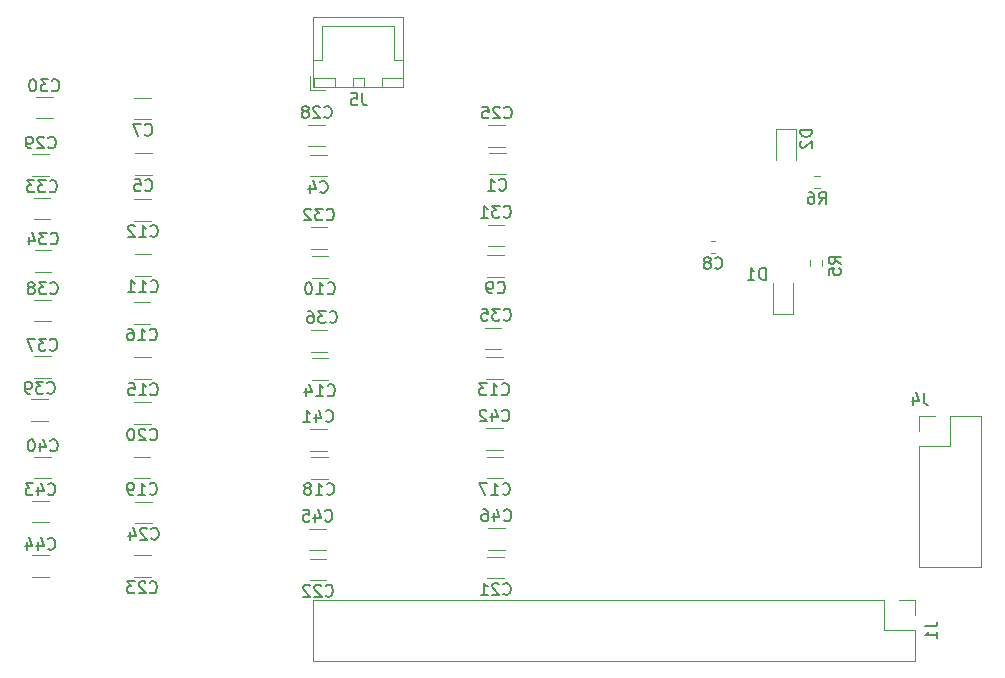
<source format=gbr>
%TF.GenerationSoftware,KiCad,Pcbnew,7.0.10*%
%TF.CreationDate,2024-04-14T10:08:43-05:00*%
%TF.ProjectId,txfilters,74786669-6c74-4657-9273-2e6b69636164,rev?*%
%TF.SameCoordinates,Original*%
%TF.FileFunction,Legend,Bot*%
%TF.FilePolarity,Positive*%
%FSLAX46Y46*%
G04 Gerber Fmt 4.6, Leading zero omitted, Abs format (unit mm)*
G04 Created by KiCad (PCBNEW 7.0.10) date 2024-04-14 10:08:43*
%MOMM*%
%LPD*%
G01*
G04 APERTURE LIST*
%ADD10C,0.150000*%
%ADD11C,0.120000*%
G04 APERTURE END LIST*
D10*
X143687857Y-117544580D02*
X143735476Y-117592200D01*
X143735476Y-117592200D02*
X143878333Y-117639819D01*
X143878333Y-117639819D02*
X143973571Y-117639819D01*
X143973571Y-117639819D02*
X144116428Y-117592200D01*
X144116428Y-117592200D02*
X144211666Y-117496961D01*
X144211666Y-117496961D02*
X144259285Y-117401723D01*
X144259285Y-117401723D02*
X144306904Y-117211247D01*
X144306904Y-117211247D02*
X144306904Y-117068390D01*
X144306904Y-117068390D02*
X144259285Y-116877914D01*
X144259285Y-116877914D02*
X144211666Y-116782676D01*
X144211666Y-116782676D02*
X144116428Y-116687438D01*
X144116428Y-116687438D02*
X143973571Y-116639819D01*
X143973571Y-116639819D02*
X143878333Y-116639819D01*
X143878333Y-116639819D02*
X143735476Y-116687438D01*
X143735476Y-116687438D02*
X143687857Y-116735057D01*
X143354523Y-116639819D02*
X142735476Y-116639819D01*
X142735476Y-116639819D02*
X143068809Y-117020771D01*
X143068809Y-117020771D02*
X142925952Y-117020771D01*
X142925952Y-117020771D02*
X142830714Y-117068390D01*
X142830714Y-117068390D02*
X142783095Y-117116009D01*
X142783095Y-117116009D02*
X142735476Y-117211247D01*
X142735476Y-117211247D02*
X142735476Y-117449342D01*
X142735476Y-117449342D02*
X142783095Y-117544580D01*
X142783095Y-117544580D02*
X142830714Y-117592200D01*
X142830714Y-117592200D02*
X142925952Y-117639819D01*
X142925952Y-117639819D02*
X143211666Y-117639819D01*
X143211666Y-117639819D02*
X143306904Y-117592200D01*
X143306904Y-117592200D02*
X143354523Y-117544580D01*
X141783095Y-117639819D02*
X142354523Y-117639819D01*
X142068809Y-117639819D02*
X142068809Y-116639819D01*
X142068809Y-116639819D02*
X142164047Y-116782676D01*
X142164047Y-116782676D02*
X142259285Y-116877914D01*
X142259285Y-116877914D02*
X142354523Y-116925533D01*
X113707857Y-141014580D02*
X113755476Y-141062200D01*
X113755476Y-141062200D02*
X113898333Y-141109819D01*
X113898333Y-141109819D02*
X113993571Y-141109819D01*
X113993571Y-141109819D02*
X114136428Y-141062200D01*
X114136428Y-141062200D02*
X114231666Y-140966961D01*
X114231666Y-140966961D02*
X114279285Y-140871723D01*
X114279285Y-140871723D02*
X114326904Y-140681247D01*
X114326904Y-140681247D02*
X114326904Y-140538390D01*
X114326904Y-140538390D02*
X114279285Y-140347914D01*
X114279285Y-140347914D02*
X114231666Y-140252676D01*
X114231666Y-140252676D02*
X114136428Y-140157438D01*
X114136428Y-140157438D02*
X113993571Y-140109819D01*
X113993571Y-140109819D02*
X113898333Y-140109819D01*
X113898333Y-140109819D02*
X113755476Y-140157438D01*
X113755476Y-140157438D02*
X113707857Y-140205057D01*
X112755476Y-141109819D02*
X113326904Y-141109819D01*
X113041190Y-141109819D02*
X113041190Y-140109819D01*
X113041190Y-140109819D02*
X113136428Y-140252676D01*
X113136428Y-140252676D02*
X113231666Y-140347914D01*
X113231666Y-140347914D02*
X113326904Y-140395533D01*
X112279285Y-141109819D02*
X112088809Y-141109819D01*
X112088809Y-141109819D02*
X111993571Y-141062200D01*
X111993571Y-141062200D02*
X111945952Y-141014580D01*
X111945952Y-141014580D02*
X111850714Y-140871723D01*
X111850714Y-140871723D02*
X111803095Y-140681247D01*
X111803095Y-140681247D02*
X111803095Y-140300295D01*
X111803095Y-140300295D02*
X111850714Y-140205057D01*
X111850714Y-140205057D02*
X111898333Y-140157438D01*
X111898333Y-140157438D02*
X111993571Y-140109819D01*
X111993571Y-140109819D02*
X112184047Y-140109819D01*
X112184047Y-140109819D02*
X112279285Y-140157438D01*
X112279285Y-140157438D02*
X112326904Y-140205057D01*
X112326904Y-140205057D02*
X112374523Y-140300295D01*
X112374523Y-140300295D02*
X112374523Y-140538390D01*
X112374523Y-140538390D02*
X112326904Y-140633628D01*
X112326904Y-140633628D02*
X112279285Y-140681247D01*
X112279285Y-140681247D02*
X112184047Y-140728866D01*
X112184047Y-140728866D02*
X111993571Y-140728866D01*
X111993571Y-140728866D02*
X111898333Y-140681247D01*
X111898333Y-140681247D02*
X111850714Y-140633628D01*
X111850714Y-140633628D02*
X111803095Y-140538390D01*
X161595666Y-121892580D02*
X161643285Y-121940200D01*
X161643285Y-121940200D02*
X161786142Y-121987819D01*
X161786142Y-121987819D02*
X161881380Y-121987819D01*
X161881380Y-121987819D02*
X162024237Y-121940200D01*
X162024237Y-121940200D02*
X162119475Y-121844961D01*
X162119475Y-121844961D02*
X162167094Y-121749723D01*
X162167094Y-121749723D02*
X162214713Y-121559247D01*
X162214713Y-121559247D02*
X162214713Y-121416390D01*
X162214713Y-121416390D02*
X162167094Y-121225914D01*
X162167094Y-121225914D02*
X162119475Y-121130676D01*
X162119475Y-121130676D02*
X162024237Y-121035438D01*
X162024237Y-121035438D02*
X161881380Y-120987819D01*
X161881380Y-120987819D02*
X161786142Y-120987819D01*
X161786142Y-120987819D02*
X161643285Y-121035438D01*
X161643285Y-121035438D02*
X161595666Y-121083057D01*
X161024237Y-121416390D02*
X161119475Y-121368771D01*
X161119475Y-121368771D02*
X161167094Y-121321152D01*
X161167094Y-121321152D02*
X161214713Y-121225914D01*
X161214713Y-121225914D02*
X161214713Y-121178295D01*
X161214713Y-121178295D02*
X161167094Y-121083057D01*
X161167094Y-121083057D02*
X161119475Y-121035438D01*
X161119475Y-121035438D02*
X161024237Y-120987819D01*
X161024237Y-120987819D02*
X160833761Y-120987819D01*
X160833761Y-120987819D02*
X160738523Y-121035438D01*
X160738523Y-121035438D02*
X160690904Y-121083057D01*
X160690904Y-121083057D02*
X160643285Y-121178295D01*
X160643285Y-121178295D02*
X160643285Y-121225914D01*
X160643285Y-121225914D02*
X160690904Y-121321152D01*
X160690904Y-121321152D02*
X160738523Y-121368771D01*
X160738523Y-121368771D02*
X160833761Y-121416390D01*
X160833761Y-121416390D02*
X161024237Y-121416390D01*
X161024237Y-121416390D02*
X161119475Y-121464009D01*
X161119475Y-121464009D02*
X161167094Y-121511628D01*
X161167094Y-121511628D02*
X161214713Y-121606866D01*
X161214713Y-121606866D02*
X161214713Y-121797342D01*
X161214713Y-121797342D02*
X161167094Y-121892580D01*
X161167094Y-121892580D02*
X161119475Y-121940200D01*
X161119475Y-121940200D02*
X161024237Y-121987819D01*
X161024237Y-121987819D02*
X160833761Y-121987819D01*
X160833761Y-121987819D02*
X160738523Y-121940200D01*
X160738523Y-121940200D02*
X160690904Y-121892580D01*
X160690904Y-121892580D02*
X160643285Y-121797342D01*
X160643285Y-121797342D02*
X160643285Y-121606866D01*
X160643285Y-121606866D02*
X160690904Y-121511628D01*
X160690904Y-121511628D02*
X160738523Y-121464009D01*
X160738523Y-121464009D02*
X160833761Y-121416390D01*
X105247857Y-115394580D02*
X105295476Y-115442200D01*
X105295476Y-115442200D02*
X105438333Y-115489819D01*
X105438333Y-115489819D02*
X105533571Y-115489819D01*
X105533571Y-115489819D02*
X105676428Y-115442200D01*
X105676428Y-115442200D02*
X105771666Y-115346961D01*
X105771666Y-115346961D02*
X105819285Y-115251723D01*
X105819285Y-115251723D02*
X105866904Y-115061247D01*
X105866904Y-115061247D02*
X105866904Y-114918390D01*
X105866904Y-114918390D02*
X105819285Y-114727914D01*
X105819285Y-114727914D02*
X105771666Y-114632676D01*
X105771666Y-114632676D02*
X105676428Y-114537438D01*
X105676428Y-114537438D02*
X105533571Y-114489819D01*
X105533571Y-114489819D02*
X105438333Y-114489819D01*
X105438333Y-114489819D02*
X105295476Y-114537438D01*
X105295476Y-114537438D02*
X105247857Y-114585057D01*
X104914523Y-114489819D02*
X104295476Y-114489819D01*
X104295476Y-114489819D02*
X104628809Y-114870771D01*
X104628809Y-114870771D02*
X104485952Y-114870771D01*
X104485952Y-114870771D02*
X104390714Y-114918390D01*
X104390714Y-114918390D02*
X104343095Y-114966009D01*
X104343095Y-114966009D02*
X104295476Y-115061247D01*
X104295476Y-115061247D02*
X104295476Y-115299342D01*
X104295476Y-115299342D02*
X104343095Y-115394580D01*
X104343095Y-115394580D02*
X104390714Y-115442200D01*
X104390714Y-115442200D02*
X104485952Y-115489819D01*
X104485952Y-115489819D02*
X104771666Y-115489819D01*
X104771666Y-115489819D02*
X104866904Y-115442200D01*
X104866904Y-115442200D02*
X104914523Y-115394580D01*
X103962142Y-114489819D02*
X103343095Y-114489819D01*
X103343095Y-114489819D02*
X103676428Y-114870771D01*
X103676428Y-114870771D02*
X103533571Y-114870771D01*
X103533571Y-114870771D02*
X103438333Y-114918390D01*
X103438333Y-114918390D02*
X103390714Y-114966009D01*
X103390714Y-114966009D02*
X103343095Y-115061247D01*
X103343095Y-115061247D02*
X103343095Y-115299342D01*
X103343095Y-115299342D02*
X103390714Y-115394580D01*
X103390714Y-115394580D02*
X103438333Y-115442200D01*
X103438333Y-115442200D02*
X103533571Y-115489819D01*
X103533571Y-115489819D02*
X103819285Y-115489819D01*
X103819285Y-115489819D02*
X103914523Y-115442200D01*
X103914523Y-115442200D02*
X103962142Y-115394580D01*
X128717857Y-141039580D02*
X128765476Y-141087200D01*
X128765476Y-141087200D02*
X128908333Y-141134819D01*
X128908333Y-141134819D02*
X129003571Y-141134819D01*
X129003571Y-141134819D02*
X129146428Y-141087200D01*
X129146428Y-141087200D02*
X129241666Y-140991961D01*
X129241666Y-140991961D02*
X129289285Y-140896723D01*
X129289285Y-140896723D02*
X129336904Y-140706247D01*
X129336904Y-140706247D02*
X129336904Y-140563390D01*
X129336904Y-140563390D02*
X129289285Y-140372914D01*
X129289285Y-140372914D02*
X129241666Y-140277676D01*
X129241666Y-140277676D02*
X129146428Y-140182438D01*
X129146428Y-140182438D02*
X129003571Y-140134819D01*
X129003571Y-140134819D02*
X128908333Y-140134819D01*
X128908333Y-140134819D02*
X128765476Y-140182438D01*
X128765476Y-140182438D02*
X128717857Y-140230057D01*
X127765476Y-141134819D02*
X128336904Y-141134819D01*
X128051190Y-141134819D02*
X128051190Y-140134819D01*
X128051190Y-140134819D02*
X128146428Y-140277676D01*
X128146428Y-140277676D02*
X128241666Y-140372914D01*
X128241666Y-140372914D02*
X128336904Y-140420533D01*
X127194047Y-140563390D02*
X127289285Y-140515771D01*
X127289285Y-140515771D02*
X127336904Y-140468152D01*
X127336904Y-140468152D02*
X127384523Y-140372914D01*
X127384523Y-140372914D02*
X127384523Y-140325295D01*
X127384523Y-140325295D02*
X127336904Y-140230057D01*
X127336904Y-140230057D02*
X127289285Y-140182438D01*
X127289285Y-140182438D02*
X127194047Y-140134819D01*
X127194047Y-140134819D02*
X127003571Y-140134819D01*
X127003571Y-140134819D02*
X126908333Y-140182438D01*
X126908333Y-140182438D02*
X126860714Y-140230057D01*
X126860714Y-140230057D02*
X126813095Y-140325295D01*
X126813095Y-140325295D02*
X126813095Y-140372914D01*
X126813095Y-140372914D02*
X126860714Y-140468152D01*
X126860714Y-140468152D02*
X126908333Y-140515771D01*
X126908333Y-140515771D02*
X127003571Y-140563390D01*
X127003571Y-140563390D02*
X127194047Y-140563390D01*
X127194047Y-140563390D02*
X127289285Y-140611009D01*
X127289285Y-140611009D02*
X127336904Y-140658628D01*
X127336904Y-140658628D02*
X127384523Y-140753866D01*
X127384523Y-140753866D02*
X127384523Y-140944342D01*
X127384523Y-140944342D02*
X127336904Y-141039580D01*
X127336904Y-141039580D02*
X127289285Y-141087200D01*
X127289285Y-141087200D02*
X127194047Y-141134819D01*
X127194047Y-141134819D02*
X127003571Y-141134819D01*
X127003571Y-141134819D02*
X126908333Y-141087200D01*
X126908333Y-141087200D02*
X126860714Y-141039580D01*
X126860714Y-141039580D02*
X126813095Y-140944342D01*
X126813095Y-140944342D02*
X126813095Y-140753866D01*
X126813095Y-140753866D02*
X126860714Y-140658628D01*
X126860714Y-140658628D02*
X126908333Y-140611009D01*
X126908333Y-140611009D02*
X127003571Y-140563390D01*
X143311666Y-115264580D02*
X143359285Y-115312200D01*
X143359285Y-115312200D02*
X143502142Y-115359819D01*
X143502142Y-115359819D02*
X143597380Y-115359819D01*
X143597380Y-115359819D02*
X143740237Y-115312200D01*
X143740237Y-115312200D02*
X143835475Y-115216961D01*
X143835475Y-115216961D02*
X143883094Y-115121723D01*
X143883094Y-115121723D02*
X143930713Y-114931247D01*
X143930713Y-114931247D02*
X143930713Y-114788390D01*
X143930713Y-114788390D02*
X143883094Y-114597914D01*
X143883094Y-114597914D02*
X143835475Y-114502676D01*
X143835475Y-114502676D02*
X143740237Y-114407438D01*
X143740237Y-114407438D02*
X143597380Y-114359819D01*
X143597380Y-114359819D02*
X143502142Y-114359819D01*
X143502142Y-114359819D02*
X143359285Y-114407438D01*
X143359285Y-114407438D02*
X143311666Y-114455057D01*
X142359285Y-115359819D02*
X142930713Y-115359819D01*
X142644999Y-115359819D02*
X142644999Y-114359819D01*
X142644999Y-114359819D02*
X142740237Y-114502676D01*
X142740237Y-114502676D02*
X142835475Y-114597914D01*
X142835475Y-114597914D02*
X142930713Y-114645533D01*
X143563857Y-134800580D02*
X143611476Y-134848200D01*
X143611476Y-134848200D02*
X143754333Y-134895819D01*
X143754333Y-134895819D02*
X143849571Y-134895819D01*
X143849571Y-134895819D02*
X143992428Y-134848200D01*
X143992428Y-134848200D02*
X144087666Y-134752961D01*
X144087666Y-134752961D02*
X144135285Y-134657723D01*
X144135285Y-134657723D02*
X144182904Y-134467247D01*
X144182904Y-134467247D02*
X144182904Y-134324390D01*
X144182904Y-134324390D02*
X144135285Y-134133914D01*
X144135285Y-134133914D02*
X144087666Y-134038676D01*
X144087666Y-134038676D02*
X143992428Y-133943438D01*
X143992428Y-133943438D02*
X143849571Y-133895819D01*
X143849571Y-133895819D02*
X143754333Y-133895819D01*
X143754333Y-133895819D02*
X143611476Y-133943438D01*
X143611476Y-133943438D02*
X143563857Y-133991057D01*
X142706714Y-134229152D02*
X142706714Y-134895819D01*
X142944809Y-133848200D02*
X143182904Y-134562485D01*
X143182904Y-134562485D02*
X142563857Y-134562485D01*
X142230523Y-133991057D02*
X142182904Y-133943438D01*
X142182904Y-133943438D02*
X142087666Y-133895819D01*
X142087666Y-133895819D02*
X141849571Y-133895819D01*
X141849571Y-133895819D02*
X141754333Y-133943438D01*
X141754333Y-133943438D02*
X141706714Y-133991057D01*
X141706714Y-133991057D02*
X141659095Y-134086295D01*
X141659095Y-134086295D02*
X141659095Y-134181533D01*
X141659095Y-134181533D02*
X141706714Y-134324390D01*
X141706714Y-134324390D02*
X142278142Y-134895819D01*
X142278142Y-134895819D02*
X141659095Y-134895819D01*
X128577857Y-143292580D02*
X128625476Y-143340200D01*
X128625476Y-143340200D02*
X128768333Y-143387819D01*
X128768333Y-143387819D02*
X128863571Y-143387819D01*
X128863571Y-143387819D02*
X129006428Y-143340200D01*
X129006428Y-143340200D02*
X129101666Y-143244961D01*
X129101666Y-143244961D02*
X129149285Y-143149723D01*
X129149285Y-143149723D02*
X129196904Y-142959247D01*
X129196904Y-142959247D02*
X129196904Y-142816390D01*
X129196904Y-142816390D02*
X129149285Y-142625914D01*
X129149285Y-142625914D02*
X129101666Y-142530676D01*
X129101666Y-142530676D02*
X129006428Y-142435438D01*
X129006428Y-142435438D02*
X128863571Y-142387819D01*
X128863571Y-142387819D02*
X128768333Y-142387819D01*
X128768333Y-142387819D02*
X128625476Y-142435438D01*
X128625476Y-142435438D02*
X128577857Y-142483057D01*
X127720714Y-142721152D02*
X127720714Y-143387819D01*
X127958809Y-142340200D02*
X128196904Y-143054485D01*
X128196904Y-143054485D02*
X127577857Y-143054485D01*
X126720714Y-142387819D02*
X127196904Y-142387819D01*
X127196904Y-142387819D02*
X127244523Y-142864009D01*
X127244523Y-142864009D02*
X127196904Y-142816390D01*
X127196904Y-142816390D02*
X127101666Y-142768771D01*
X127101666Y-142768771D02*
X126863571Y-142768771D01*
X126863571Y-142768771D02*
X126768333Y-142816390D01*
X126768333Y-142816390D02*
X126720714Y-142864009D01*
X126720714Y-142864009D02*
X126673095Y-142959247D01*
X126673095Y-142959247D02*
X126673095Y-143197342D01*
X126673095Y-143197342D02*
X126720714Y-143292580D01*
X126720714Y-143292580D02*
X126768333Y-143340200D01*
X126768333Y-143340200D02*
X126863571Y-143387819D01*
X126863571Y-143387819D02*
X127101666Y-143387819D01*
X127101666Y-143387819D02*
X127196904Y-143340200D01*
X127196904Y-143340200D02*
X127244523Y-143292580D01*
X143537857Y-132584580D02*
X143585476Y-132632200D01*
X143585476Y-132632200D02*
X143728333Y-132679819D01*
X143728333Y-132679819D02*
X143823571Y-132679819D01*
X143823571Y-132679819D02*
X143966428Y-132632200D01*
X143966428Y-132632200D02*
X144061666Y-132536961D01*
X144061666Y-132536961D02*
X144109285Y-132441723D01*
X144109285Y-132441723D02*
X144156904Y-132251247D01*
X144156904Y-132251247D02*
X144156904Y-132108390D01*
X144156904Y-132108390D02*
X144109285Y-131917914D01*
X144109285Y-131917914D02*
X144061666Y-131822676D01*
X144061666Y-131822676D02*
X143966428Y-131727438D01*
X143966428Y-131727438D02*
X143823571Y-131679819D01*
X143823571Y-131679819D02*
X143728333Y-131679819D01*
X143728333Y-131679819D02*
X143585476Y-131727438D01*
X143585476Y-131727438D02*
X143537857Y-131775057D01*
X142585476Y-132679819D02*
X143156904Y-132679819D01*
X142871190Y-132679819D02*
X142871190Y-131679819D01*
X142871190Y-131679819D02*
X142966428Y-131822676D01*
X142966428Y-131822676D02*
X143061666Y-131917914D01*
X143061666Y-131917914D02*
X143156904Y-131965533D01*
X142252142Y-131679819D02*
X141633095Y-131679819D01*
X141633095Y-131679819D02*
X141966428Y-132060771D01*
X141966428Y-132060771D02*
X141823571Y-132060771D01*
X141823571Y-132060771D02*
X141728333Y-132108390D01*
X141728333Y-132108390D02*
X141680714Y-132156009D01*
X141680714Y-132156009D02*
X141633095Y-132251247D01*
X141633095Y-132251247D02*
X141633095Y-132489342D01*
X141633095Y-132489342D02*
X141680714Y-132584580D01*
X141680714Y-132584580D02*
X141728333Y-132632200D01*
X141728333Y-132632200D02*
X141823571Y-132679819D01*
X141823571Y-132679819D02*
X142109285Y-132679819D01*
X142109285Y-132679819D02*
X142204523Y-132632200D01*
X142204523Y-132632200D02*
X142252142Y-132584580D01*
X128955857Y-126480580D02*
X129003476Y-126528200D01*
X129003476Y-126528200D02*
X129146333Y-126575819D01*
X129146333Y-126575819D02*
X129241571Y-126575819D01*
X129241571Y-126575819D02*
X129384428Y-126528200D01*
X129384428Y-126528200D02*
X129479666Y-126432961D01*
X129479666Y-126432961D02*
X129527285Y-126337723D01*
X129527285Y-126337723D02*
X129574904Y-126147247D01*
X129574904Y-126147247D02*
X129574904Y-126004390D01*
X129574904Y-126004390D02*
X129527285Y-125813914D01*
X129527285Y-125813914D02*
X129479666Y-125718676D01*
X129479666Y-125718676D02*
X129384428Y-125623438D01*
X129384428Y-125623438D02*
X129241571Y-125575819D01*
X129241571Y-125575819D02*
X129146333Y-125575819D01*
X129146333Y-125575819D02*
X129003476Y-125623438D01*
X129003476Y-125623438D02*
X128955857Y-125671057D01*
X128622523Y-125575819D02*
X128003476Y-125575819D01*
X128003476Y-125575819D02*
X128336809Y-125956771D01*
X128336809Y-125956771D02*
X128193952Y-125956771D01*
X128193952Y-125956771D02*
X128098714Y-126004390D01*
X128098714Y-126004390D02*
X128051095Y-126052009D01*
X128051095Y-126052009D02*
X128003476Y-126147247D01*
X128003476Y-126147247D02*
X128003476Y-126385342D01*
X128003476Y-126385342D02*
X128051095Y-126480580D01*
X128051095Y-126480580D02*
X128098714Y-126528200D01*
X128098714Y-126528200D02*
X128193952Y-126575819D01*
X128193952Y-126575819D02*
X128479666Y-126575819D01*
X128479666Y-126575819D02*
X128574904Y-126528200D01*
X128574904Y-126528200D02*
X128622523Y-126480580D01*
X127146333Y-125575819D02*
X127336809Y-125575819D01*
X127336809Y-125575819D02*
X127432047Y-125623438D01*
X127432047Y-125623438D02*
X127479666Y-125671057D01*
X127479666Y-125671057D02*
X127574904Y-125813914D01*
X127574904Y-125813914D02*
X127622523Y-126004390D01*
X127622523Y-126004390D02*
X127622523Y-126385342D01*
X127622523Y-126385342D02*
X127574904Y-126480580D01*
X127574904Y-126480580D02*
X127527285Y-126528200D01*
X127527285Y-126528200D02*
X127432047Y-126575819D01*
X127432047Y-126575819D02*
X127241571Y-126575819D01*
X127241571Y-126575819D02*
X127146333Y-126528200D01*
X127146333Y-126528200D02*
X127098714Y-126480580D01*
X127098714Y-126480580D02*
X127051095Y-126385342D01*
X127051095Y-126385342D02*
X127051095Y-126147247D01*
X127051095Y-126147247D02*
X127098714Y-126052009D01*
X127098714Y-126052009D02*
X127146333Y-126004390D01*
X127146333Y-126004390D02*
X127241571Y-125956771D01*
X127241571Y-125956771D02*
X127432047Y-125956771D01*
X127432047Y-125956771D02*
X127527285Y-126004390D01*
X127527285Y-126004390D02*
X127574904Y-126052009D01*
X127574904Y-126052009D02*
X127622523Y-126147247D01*
X105117857Y-145668580D02*
X105165476Y-145716200D01*
X105165476Y-145716200D02*
X105308333Y-145763819D01*
X105308333Y-145763819D02*
X105403571Y-145763819D01*
X105403571Y-145763819D02*
X105546428Y-145716200D01*
X105546428Y-145716200D02*
X105641666Y-145620961D01*
X105641666Y-145620961D02*
X105689285Y-145525723D01*
X105689285Y-145525723D02*
X105736904Y-145335247D01*
X105736904Y-145335247D02*
X105736904Y-145192390D01*
X105736904Y-145192390D02*
X105689285Y-145001914D01*
X105689285Y-145001914D02*
X105641666Y-144906676D01*
X105641666Y-144906676D02*
X105546428Y-144811438D01*
X105546428Y-144811438D02*
X105403571Y-144763819D01*
X105403571Y-144763819D02*
X105308333Y-144763819D01*
X105308333Y-144763819D02*
X105165476Y-144811438D01*
X105165476Y-144811438D02*
X105117857Y-144859057D01*
X104260714Y-145097152D02*
X104260714Y-145763819D01*
X104498809Y-144716200D02*
X104736904Y-145430485D01*
X104736904Y-145430485D02*
X104117857Y-145430485D01*
X103308333Y-145097152D02*
X103308333Y-145763819D01*
X103546428Y-144716200D02*
X103784523Y-145430485D01*
X103784523Y-145430485D02*
X103165476Y-145430485D01*
X143597857Y-141024580D02*
X143645476Y-141072200D01*
X143645476Y-141072200D02*
X143788333Y-141119819D01*
X143788333Y-141119819D02*
X143883571Y-141119819D01*
X143883571Y-141119819D02*
X144026428Y-141072200D01*
X144026428Y-141072200D02*
X144121666Y-140976961D01*
X144121666Y-140976961D02*
X144169285Y-140881723D01*
X144169285Y-140881723D02*
X144216904Y-140691247D01*
X144216904Y-140691247D02*
X144216904Y-140548390D01*
X144216904Y-140548390D02*
X144169285Y-140357914D01*
X144169285Y-140357914D02*
X144121666Y-140262676D01*
X144121666Y-140262676D02*
X144026428Y-140167438D01*
X144026428Y-140167438D02*
X143883571Y-140119819D01*
X143883571Y-140119819D02*
X143788333Y-140119819D01*
X143788333Y-140119819D02*
X143645476Y-140167438D01*
X143645476Y-140167438D02*
X143597857Y-140215057D01*
X142645476Y-141119819D02*
X143216904Y-141119819D01*
X142931190Y-141119819D02*
X142931190Y-140119819D01*
X142931190Y-140119819D02*
X143026428Y-140262676D01*
X143026428Y-140262676D02*
X143121666Y-140357914D01*
X143121666Y-140357914D02*
X143216904Y-140405533D01*
X142312142Y-140119819D02*
X141645476Y-140119819D01*
X141645476Y-140119819D02*
X142074047Y-141119819D01*
X143687857Y-126274580D02*
X143735476Y-126322200D01*
X143735476Y-126322200D02*
X143878333Y-126369819D01*
X143878333Y-126369819D02*
X143973571Y-126369819D01*
X143973571Y-126369819D02*
X144116428Y-126322200D01*
X144116428Y-126322200D02*
X144211666Y-126226961D01*
X144211666Y-126226961D02*
X144259285Y-126131723D01*
X144259285Y-126131723D02*
X144306904Y-125941247D01*
X144306904Y-125941247D02*
X144306904Y-125798390D01*
X144306904Y-125798390D02*
X144259285Y-125607914D01*
X144259285Y-125607914D02*
X144211666Y-125512676D01*
X144211666Y-125512676D02*
X144116428Y-125417438D01*
X144116428Y-125417438D02*
X143973571Y-125369819D01*
X143973571Y-125369819D02*
X143878333Y-125369819D01*
X143878333Y-125369819D02*
X143735476Y-125417438D01*
X143735476Y-125417438D02*
X143687857Y-125465057D01*
X143354523Y-125369819D02*
X142735476Y-125369819D01*
X142735476Y-125369819D02*
X143068809Y-125750771D01*
X143068809Y-125750771D02*
X142925952Y-125750771D01*
X142925952Y-125750771D02*
X142830714Y-125798390D01*
X142830714Y-125798390D02*
X142783095Y-125846009D01*
X142783095Y-125846009D02*
X142735476Y-125941247D01*
X142735476Y-125941247D02*
X142735476Y-126179342D01*
X142735476Y-126179342D02*
X142783095Y-126274580D01*
X142783095Y-126274580D02*
X142830714Y-126322200D01*
X142830714Y-126322200D02*
X142925952Y-126369819D01*
X142925952Y-126369819D02*
X143211666Y-126369819D01*
X143211666Y-126369819D02*
X143306904Y-126322200D01*
X143306904Y-126322200D02*
X143354523Y-126274580D01*
X141830714Y-125369819D02*
X142306904Y-125369819D01*
X142306904Y-125369819D02*
X142354523Y-125846009D01*
X142354523Y-125846009D02*
X142306904Y-125798390D01*
X142306904Y-125798390D02*
X142211666Y-125750771D01*
X142211666Y-125750771D02*
X141973571Y-125750771D01*
X141973571Y-125750771D02*
X141878333Y-125798390D01*
X141878333Y-125798390D02*
X141830714Y-125846009D01*
X141830714Y-125846009D02*
X141783095Y-125941247D01*
X141783095Y-125941247D02*
X141783095Y-126179342D01*
X141783095Y-126179342D02*
X141830714Y-126274580D01*
X141830714Y-126274580D02*
X141878333Y-126322200D01*
X141878333Y-126322200D02*
X141973571Y-126369819D01*
X141973571Y-126369819D02*
X142211666Y-126369819D01*
X142211666Y-126369819D02*
X142306904Y-126322200D01*
X142306904Y-126322200D02*
X142354523Y-126274580D01*
X113727857Y-149354580D02*
X113775476Y-149402200D01*
X113775476Y-149402200D02*
X113918333Y-149449819D01*
X113918333Y-149449819D02*
X114013571Y-149449819D01*
X114013571Y-149449819D02*
X114156428Y-149402200D01*
X114156428Y-149402200D02*
X114251666Y-149306961D01*
X114251666Y-149306961D02*
X114299285Y-149211723D01*
X114299285Y-149211723D02*
X114346904Y-149021247D01*
X114346904Y-149021247D02*
X114346904Y-148878390D01*
X114346904Y-148878390D02*
X114299285Y-148687914D01*
X114299285Y-148687914D02*
X114251666Y-148592676D01*
X114251666Y-148592676D02*
X114156428Y-148497438D01*
X114156428Y-148497438D02*
X114013571Y-148449819D01*
X114013571Y-148449819D02*
X113918333Y-148449819D01*
X113918333Y-148449819D02*
X113775476Y-148497438D01*
X113775476Y-148497438D02*
X113727857Y-148545057D01*
X113346904Y-148545057D02*
X113299285Y-148497438D01*
X113299285Y-148497438D02*
X113204047Y-148449819D01*
X113204047Y-148449819D02*
X112965952Y-148449819D01*
X112965952Y-148449819D02*
X112870714Y-148497438D01*
X112870714Y-148497438D02*
X112823095Y-148545057D01*
X112823095Y-148545057D02*
X112775476Y-148640295D01*
X112775476Y-148640295D02*
X112775476Y-148735533D01*
X112775476Y-148735533D02*
X112823095Y-148878390D01*
X112823095Y-148878390D02*
X113394523Y-149449819D01*
X113394523Y-149449819D02*
X112775476Y-149449819D01*
X112442142Y-148449819D02*
X111823095Y-148449819D01*
X111823095Y-148449819D02*
X112156428Y-148830771D01*
X112156428Y-148830771D02*
X112013571Y-148830771D01*
X112013571Y-148830771D02*
X111918333Y-148878390D01*
X111918333Y-148878390D02*
X111870714Y-148926009D01*
X111870714Y-148926009D02*
X111823095Y-149021247D01*
X111823095Y-149021247D02*
X111823095Y-149259342D01*
X111823095Y-149259342D02*
X111870714Y-149354580D01*
X111870714Y-149354580D02*
X111918333Y-149402200D01*
X111918333Y-149402200D02*
X112013571Y-149449819D01*
X112013571Y-149449819D02*
X112299285Y-149449819D01*
X112299285Y-149449819D02*
X112394523Y-149402200D01*
X112394523Y-149402200D02*
X112442142Y-149354580D01*
X128161666Y-115444580D02*
X128209285Y-115492200D01*
X128209285Y-115492200D02*
X128352142Y-115539819D01*
X128352142Y-115539819D02*
X128447380Y-115539819D01*
X128447380Y-115539819D02*
X128590237Y-115492200D01*
X128590237Y-115492200D02*
X128685475Y-115396961D01*
X128685475Y-115396961D02*
X128733094Y-115301723D01*
X128733094Y-115301723D02*
X128780713Y-115111247D01*
X128780713Y-115111247D02*
X128780713Y-114968390D01*
X128780713Y-114968390D02*
X128733094Y-114777914D01*
X128733094Y-114777914D02*
X128685475Y-114682676D01*
X128685475Y-114682676D02*
X128590237Y-114587438D01*
X128590237Y-114587438D02*
X128447380Y-114539819D01*
X128447380Y-114539819D02*
X128352142Y-114539819D01*
X128352142Y-114539819D02*
X128209285Y-114587438D01*
X128209285Y-114587438D02*
X128161666Y-114635057D01*
X127304523Y-114873152D02*
X127304523Y-115539819D01*
X127542618Y-114492200D02*
X127780713Y-115206485D01*
X127780713Y-115206485D02*
X127161666Y-115206485D01*
X113311666Y-110604580D02*
X113359285Y-110652200D01*
X113359285Y-110652200D02*
X113502142Y-110699819D01*
X113502142Y-110699819D02*
X113597380Y-110699819D01*
X113597380Y-110699819D02*
X113740237Y-110652200D01*
X113740237Y-110652200D02*
X113835475Y-110556961D01*
X113835475Y-110556961D02*
X113883094Y-110461723D01*
X113883094Y-110461723D02*
X113930713Y-110271247D01*
X113930713Y-110271247D02*
X113930713Y-110128390D01*
X113930713Y-110128390D02*
X113883094Y-109937914D01*
X113883094Y-109937914D02*
X113835475Y-109842676D01*
X113835475Y-109842676D02*
X113740237Y-109747438D01*
X113740237Y-109747438D02*
X113597380Y-109699819D01*
X113597380Y-109699819D02*
X113502142Y-109699819D01*
X113502142Y-109699819D02*
X113359285Y-109747438D01*
X113359285Y-109747438D02*
X113311666Y-109795057D01*
X112978332Y-109699819D02*
X112311666Y-109699819D01*
X112311666Y-109699819D02*
X112740237Y-110699819D01*
X128639857Y-134862580D02*
X128687476Y-134910200D01*
X128687476Y-134910200D02*
X128830333Y-134957819D01*
X128830333Y-134957819D02*
X128925571Y-134957819D01*
X128925571Y-134957819D02*
X129068428Y-134910200D01*
X129068428Y-134910200D02*
X129163666Y-134814961D01*
X129163666Y-134814961D02*
X129211285Y-134719723D01*
X129211285Y-134719723D02*
X129258904Y-134529247D01*
X129258904Y-134529247D02*
X129258904Y-134386390D01*
X129258904Y-134386390D02*
X129211285Y-134195914D01*
X129211285Y-134195914D02*
X129163666Y-134100676D01*
X129163666Y-134100676D02*
X129068428Y-134005438D01*
X129068428Y-134005438D02*
X128925571Y-133957819D01*
X128925571Y-133957819D02*
X128830333Y-133957819D01*
X128830333Y-133957819D02*
X128687476Y-134005438D01*
X128687476Y-134005438D02*
X128639857Y-134053057D01*
X127782714Y-134291152D02*
X127782714Y-134957819D01*
X128020809Y-133910200D02*
X128258904Y-134624485D01*
X128258904Y-134624485D02*
X127639857Y-134624485D01*
X126735095Y-134957819D02*
X127306523Y-134957819D01*
X127020809Y-134957819D02*
X127020809Y-133957819D01*
X127020809Y-133957819D02*
X127116047Y-134100676D01*
X127116047Y-134100676D02*
X127211285Y-134195914D01*
X127211285Y-134195914D02*
X127306523Y-134243533D01*
X105333857Y-119828580D02*
X105381476Y-119876200D01*
X105381476Y-119876200D02*
X105524333Y-119923819D01*
X105524333Y-119923819D02*
X105619571Y-119923819D01*
X105619571Y-119923819D02*
X105762428Y-119876200D01*
X105762428Y-119876200D02*
X105857666Y-119780961D01*
X105857666Y-119780961D02*
X105905285Y-119685723D01*
X105905285Y-119685723D02*
X105952904Y-119495247D01*
X105952904Y-119495247D02*
X105952904Y-119352390D01*
X105952904Y-119352390D02*
X105905285Y-119161914D01*
X105905285Y-119161914D02*
X105857666Y-119066676D01*
X105857666Y-119066676D02*
X105762428Y-118971438D01*
X105762428Y-118971438D02*
X105619571Y-118923819D01*
X105619571Y-118923819D02*
X105524333Y-118923819D01*
X105524333Y-118923819D02*
X105381476Y-118971438D01*
X105381476Y-118971438D02*
X105333857Y-119019057D01*
X105000523Y-118923819D02*
X104381476Y-118923819D01*
X104381476Y-118923819D02*
X104714809Y-119304771D01*
X104714809Y-119304771D02*
X104571952Y-119304771D01*
X104571952Y-119304771D02*
X104476714Y-119352390D01*
X104476714Y-119352390D02*
X104429095Y-119400009D01*
X104429095Y-119400009D02*
X104381476Y-119495247D01*
X104381476Y-119495247D02*
X104381476Y-119733342D01*
X104381476Y-119733342D02*
X104429095Y-119828580D01*
X104429095Y-119828580D02*
X104476714Y-119876200D01*
X104476714Y-119876200D02*
X104571952Y-119923819D01*
X104571952Y-119923819D02*
X104857666Y-119923819D01*
X104857666Y-119923819D02*
X104952904Y-119876200D01*
X104952904Y-119876200D02*
X105000523Y-119828580D01*
X103524333Y-119257152D02*
X103524333Y-119923819D01*
X103762428Y-118876200D02*
X104000523Y-119590485D01*
X104000523Y-119590485D02*
X103381476Y-119590485D01*
X170371666Y-116499819D02*
X170704999Y-116023628D01*
X170943094Y-116499819D02*
X170943094Y-115499819D01*
X170943094Y-115499819D02*
X170562142Y-115499819D01*
X170562142Y-115499819D02*
X170466904Y-115547438D01*
X170466904Y-115547438D02*
X170419285Y-115595057D01*
X170419285Y-115595057D02*
X170371666Y-115690295D01*
X170371666Y-115690295D02*
X170371666Y-115833152D01*
X170371666Y-115833152D02*
X170419285Y-115928390D01*
X170419285Y-115928390D02*
X170466904Y-115976009D01*
X170466904Y-115976009D02*
X170562142Y-116023628D01*
X170562142Y-116023628D02*
X170943094Y-116023628D01*
X169514523Y-115499819D02*
X169704999Y-115499819D01*
X169704999Y-115499819D02*
X169800237Y-115547438D01*
X169800237Y-115547438D02*
X169847856Y-115595057D01*
X169847856Y-115595057D02*
X169943094Y-115737914D01*
X169943094Y-115737914D02*
X169990713Y-115928390D01*
X169990713Y-115928390D02*
X169990713Y-116309342D01*
X169990713Y-116309342D02*
X169943094Y-116404580D01*
X169943094Y-116404580D02*
X169895475Y-116452200D01*
X169895475Y-116452200D02*
X169800237Y-116499819D01*
X169800237Y-116499819D02*
X169609761Y-116499819D01*
X169609761Y-116499819D02*
X169514523Y-116452200D01*
X169514523Y-116452200D02*
X169466904Y-116404580D01*
X169466904Y-116404580D02*
X169419285Y-116309342D01*
X169419285Y-116309342D02*
X169419285Y-116071247D01*
X169419285Y-116071247D02*
X169466904Y-115976009D01*
X169466904Y-115976009D02*
X169514523Y-115928390D01*
X169514523Y-115928390D02*
X169609761Y-115880771D01*
X169609761Y-115880771D02*
X169800237Y-115880771D01*
X169800237Y-115880771D02*
X169895475Y-115928390D01*
X169895475Y-115928390D02*
X169943094Y-115976009D01*
X169943094Y-115976009D02*
X169990713Y-116071247D01*
X165864094Y-122897819D02*
X165864094Y-121897819D01*
X165864094Y-121897819D02*
X165625999Y-121897819D01*
X165625999Y-121897819D02*
X165483142Y-121945438D01*
X165483142Y-121945438D02*
X165387904Y-122040676D01*
X165387904Y-122040676D02*
X165340285Y-122135914D01*
X165340285Y-122135914D02*
X165292666Y-122326390D01*
X165292666Y-122326390D02*
X165292666Y-122469247D01*
X165292666Y-122469247D02*
X165340285Y-122659723D01*
X165340285Y-122659723D02*
X165387904Y-122754961D01*
X165387904Y-122754961D02*
X165483142Y-122850200D01*
X165483142Y-122850200D02*
X165625999Y-122897819D01*
X165625999Y-122897819D02*
X165864094Y-122897819D01*
X164340285Y-122897819D02*
X164911713Y-122897819D01*
X164625999Y-122897819D02*
X164625999Y-121897819D01*
X164625999Y-121897819D02*
X164721237Y-122040676D01*
X164721237Y-122040676D02*
X164816475Y-122135914D01*
X164816475Y-122135914D02*
X164911713Y-122183533D01*
X169779819Y-110224905D02*
X168779819Y-110224905D01*
X168779819Y-110224905D02*
X168779819Y-110463000D01*
X168779819Y-110463000D02*
X168827438Y-110605857D01*
X168827438Y-110605857D02*
X168922676Y-110701095D01*
X168922676Y-110701095D02*
X169017914Y-110748714D01*
X169017914Y-110748714D02*
X169208390Y-110796333D01*
X169208390Y-110796333D02*
X169351247Y-110796333D01*
X169351247Y-110796333D02*
X169541723Y-110748714D01*
X169541723Y-110748714D02*
X169636961Y-110701095D01*
X169636961Y-110701095D02*
X169732200Y-110605857D01*
X169732200Y-110605857D02*
X169779819Y-110463000D01*
X169779819Y-110463000D02*
X169779819Y-110224905D01*
X168875057Y-111177286D02*
X168827438Y-111224905D01*
X168827438Y-111224905D02*
X168779819Y-111320143D01*
X168779819Y-111320143D02*
X168779819Y-111558238D01*
X168779819Y-111558238D02*
X168827438Y-111653476D01*
X168827438Y-111653476D02*
X168875057Y-111701095D01*
X168875057Y-111701095D02*
X168970295Y-111748714D01*
X168970295Y-111748714D02*
X169065533Y-111748714D01*
X169065533Y-111748714D02*
X169208390Y-111701095D01*
X169208390Y-111701095D02*
X169779819Y-111129667D01*
X169779819Y-111129667D02*
X169779819Y-111748714D01*
X113341666Y-115314580D02*
X113389285Y-115362200D01*
X113389285Y-115362200D02*
X113532142Y-115409819D01*
X113532142Y-115409819D02*
X113627380Y-115409819D01*
X113627380Y-115409819D02*
X113770237Y-115362200D01*
X113770237Y-115362200D02*
X113865475Y-115266961D01*
X113865475Y-115266961D02*
X113913094Y-115171723D01*
X113913094Y-115171723D02*
X113960713Y-114981247D01*
X113960713Y-114981247D02*
X113960713Y-114838390D01*
X113960713Y-114838390D02*
X113913094Y-114647914D01*
X113913094Y-114647914D02*
X113865475Y-114552676D01*
X113865475Y-114552676D02*
X113770237Y-114457438D01*
X113770237Y-114457438D02*
X113627380Y-114409819D01*
X113627380Y-114409819D02*
X113532142Y-114409819D01*
X113532142Y-114409819D02*
X113389285Y-114457438D01*
X113389285Y-114457438D02*
X113341666Y-114505057D01*
X112436904Y-114409819D02*
X112913094Y-114409819D01*
X112913094Y-114409819D02*
X112960713Y-114886009D01*
X112960713Y-114886009D02*
X112913094Y-114838390D01*
X112913094Y-114838390D02*
X112817856Y-114790771D01*
X112817856Y-114790771D02*
X112579761Y-114790771D01*
X112579761Y-114790771D02*
X112484523Y-114838390D01*
X112484523Y-114838390D02*
X112436904Y-114886009D01*
X112436904Y-114886009D02*
X112389285Y-114981247D01*
X112389285Y-114981247D02*
X112389285Y-115219342D01*
X112389285Y-115219342D02*
X112436904Y-115314580D01*
X112436904Y-115314580D02*
X112484523Y-115362200D01*
X112484523Y-115362200D02*
X112579761Y-115409819D01*
X112579761Y-115409819D02*
X112817856Y-115409819D01*
X112817856Y-115409819D02*
X112913094Y-115362200D01*
X112913094Y-115362200D02*
X112960713Y-115314580D01*
X179273333Y-132488419D02*
X179273333Y-133202704D01*
X179273333Y-133202704D02*
X179320952Y-133345561D01*
X179320952Y-133345561D02*
X179416190Y-133440800D01*
X179416190Y-133440800D02*
X179559047Y-133488419D01*
X179559047Y-133488419D02*
X179654285Y-133488419D01*
X178368571Y-132821752D02*
X178368571Y-133488419D01*
X178606666Y-132440800D02*
X178844761Y-133155085D01*
X178844761Y-133155085D02*
X178225714Y-133155085D01*
X128777857Y-124029580D02*
X128825476Y-124077200D01*
X128825476Y-124077200D02*
X128968333Y-124124819D01*
X128968333Y-124124819D02*
X129063571Y-124124819D01*
X129063571Y-124124819D02*
X129206428Y-124077200D01*
X129206428Y-124077200D02*
X129301666Y-123981961D01*
X129301666Y-123981961D02*
X129349285Y-123886723D01*
X129349285Y-123886723D02*
X129396904Y-123696247D01*
X129396904Y-123696247D02*
X129396904Y-123553390D01*
X129396904Y-123553390D02*
X129349285Y-123362914D01*
X129349285Y-123362914D02*
X129301666Y-123267676D01*
X129301666Y-123267676D02*
X129206428Y-123172438D01*
X129206428Y-123172438D02*
X129063571Y-123124819D01*
X129063571Y-123124819D02*
X128968333Y-123124819D01*
X128968333Y-123124819D02*
X128825476Y-123172438D01*
X128825476Y-123172438D02*
X128777857Y-123220057D01*
X127825476Y-124124819D02*
X128396904Y-124124819D01*
X128111190Y-124124819D02*
X128111190Y-123124819D01*
X128111190Y-123124819D02*
X128206428Y-123267676D01*
X128206428Y-123267676D02*
X128301666Y-123362914D01*
X128301666Y-123362914D02*
X128396904Y-123410533D01*
X127206428Y-123124819D02*
X127111190Y-123124819D01*
X127111190Y-123124819D02*
X127015952Y-123172438D01*
X127015952Y-123172438D02*
X126968333Y-123220057D01*
X126968333Y-123220057D02*
X126920714Y-123315295D01*
X126920714Y-123315295D02*
X126873095Y-123505771D01*
X126873095Y-123505771D02*
X126873095Y-123743866D01*
X126873095Y-123743866D02*
X126920714Y-123934342D01*
X126920714Y-123934342D02*
X126968333Y-124029580D01*
X126968333Y-124029580D02*
X127015952Y-124077200D01*
X127015952Y-124077200D02*
X127111190Y-124124819D01*
X127111190Y-124124819D02*
X127206428Y-124124819D01*
X127206428Y-124124819D02*
X127301666Y-124077200D01*
X127301666Y-124077200D02*
X127349285Y-124029580D01*
X127349285Y-124029580D02*
X127396904Y-123934342D01*
X127396904Y-123934342D02*
X127444523Y-123743866D01*
X127444523Y-123743866D02*
X127444523Y-123505771D01*
X127444523Y-123505771D02*
X127396904Y-123315295D01*
X127396904Y-123315295D02*
X127349285Y-123220057D01*
X127349285Y-123220057D02*
X127301666Y-123172438D01*
X127301666Y-123172438D02*
X127206428Y-123124819D01*
X113857857Y-144814580D02*
X113905476Y-144862200D01*
X113905476Y-144862200D02*
X114048333Y-144909819D01*
X114048333Y-144909819D02*
X114143571Y-144909819D01*
X114143571Y-144909819D02*
X114286428Y-144862200D01*
X114286428Y-144862200D02*
X114381666Y-144766961D01*
X114381666Y-144766961D02*
X114429285Y-144671723D01*
X114429285Y-144671723D02*
X114476904Y-144481247D01*
X114476904Y-144481247D02*
X114476904Y-144338390D01*
X114476904Y-144338390D02*
X114429285Y-144147914D01*
X114429285Y-144147914D02*
X114381666Y-144052676D01*
X114381666Y-144052676D02*
X114286428Y-143957438D01*
X114286428Y-143957438D02*
X114143571Y-143909819D01*
X114143571Y-143909819D02*
X114048333Y-143909819D01*
X114048333Y-143909819D02*
X113905476Y-143957438D01*
X113905476Y-143957438D02*
X113857857Y-144005057D01*
X113476904Y-144005057D02*
X113429285Y-143957438D01*
X113429285Y-143957438D02*
X113334047Y-143909819D01*
X113334047Y-143909819D02*
X113095952Y-143909819D01*
X113095952Y-143909819D02*
X113000714Y-143957438D01*
X113000714Y-143957438D02*
X112953095Y-144005057D01*
X112953095Y-144005057D02*
X112905476Y-144100295D01*
X112905476Y-144100295D02*
X112905476Y-144195533D01*
X112905476Y-144195533D02*
X112953095Y-144338390D01*
X112953095Y-144338390D02*
X113524523Y-144909819D01*
X113524523Y-144909819D02*
X112905476Y-144909819D01*
X112048333Y-144243152D02*
X112048333Y-144909819D01*
X112286428Y-143862200D02*
X112524523Y-144576485D01*
X112524523Y-144576485D02*
X111905476Y-144576485D01*
X128701857Y-117782580D02*
X128749476Y-117830200D01*
X128749476Y-117830200D02*
X128892333Y-117877819D01*
X128892333Y-117877819D02*
X128987571Y-117877819D01*
X128987571Y-117877819D02*
X129130428Y-117830200D01*
X129130428Y-117830200D02*
X129225666Y-117734961D01*
X129225666Y-117734961D02*
X129273285Y-117639723D01*
X129273285Y-117639723D02*
X129320904Y-117449247D01*
X129320904Y-117449247D02*
X129320904Y-117306390D01*
X129320904Y-117306390D02*
X129273285Y-117115914D01*
X129273285Y-117115914D02*
X129225666Y-117020676D01*
X129225666Y-117020676D02*
X129130428Y-116925438D01*
X129130428Y-116925438D02*
X128987571Y-116877819D01*
X128987571Y-116877819D02*
X128892333Y-116877819D01*
X128892333Y-116877819D02*
X128749476Y-116925438D01*
X128749476Y-116925438D02*
X128701857Y-116973057D01*
X128368523Y-116877819D02*
X127749476Y-116877819D01*
X127749476Y-116877819D02*
X128082809Y-117258771D01*
X128082809Y-117258771D02*
X127939952Y-117258771D01*
X127939952Y-117258771D02*
X127844714Y-117306390D01*
X127844714Y-117306390D02*
X127797095Y-117354009D01*
X127797095Y-117354009D02*
X127749476Y-117449247D01*
X127749476Y-117449247D02*
X127749476Y-117687342D01*
X127749476Y-117687342D02*
X127797095Y-117782580D01*
X127797095Y-117782580D02*
X127844714Y-117830200D01*
X127844714Y-117830200D02*
X127939952Y-117877819D01*
X127939952Y-117877819D02*
X128225666Y-117877819D01*
X128225666Y-117877819D02*
X128320904Y-117830200D01*
X128320904Y-117830200D02*
X128368523Y-117782580D01*
X127368523Y-116973057D02*
X127320904Y-116925438D01*
X127320904Y-116925438D02*
X127225666Y-116877819D01*
X127225666Y-116877819D02*
X126987571Y-116877819D01*
X126987571Y-116877819D02*
X126892333Y-116925438D01*
X126892333Y-116925438D02*
X126844714Y-116973057D01*
X126844714Y-116973057D02*
X126797095Y-117068295D01*
X126797095Y-117068295D02*
X126797095Y-117163533D01*
X126797095Y-117163533D02*
X126844714Y-117306390D01*
X126844714Y-117306390D02*
X127416142Y-117877819D01*
X127416142Y-117877819D02*
X126797095Y-117877819D01*
X143717857Y-143258580D02*
X143765476Y-143306200D01*
X143765476Y-143306200D02*
X143908333Y-143353819D01*
X143908333Y-143353819D02*
X144003571Y-143353819D01*
X144003571Y-143353819D02*
X144146428Y-143306200D01*
X144146428Y-143306200D02*
X144241666Y-143210961D01*
X144241666Y-143210961D02*
X144289285Y-143115723D01*
X144289285Y-143115723D02*
X144336904Y-142925247D01*
X144336904Y-142925247D02*
X144336904Y-142782390D01*
X144336904Y-142782390D02*
X144289285Y-142591914D01*
X144289285Y-142591914D02*
X144241666Y-142496676D01*
X144241666Y-142496676D02*
X144146428Y-142401438D01*
X144146428Y-142401438D02*
X144003571Y-142353819D01*
X144003571Y-142353819D02*
X143908333Y-142353819D01*
X143908333Y-142353819D02*
X143765476Y-142401438D01*
X143765476Y-142401438D02*
X143717857Y-142449057D01*
X142860714Y-142687152D02*
X142860714Y-143353819D01*
X143098809Y-142306200D02*
X143336904Y-143020485D01*
X143336904Y-143020485D02*
X142717857Y-143020485D01*
X141908333Y-142353819D02*
X142098809Y-142353819D01*
X142098809Y-142353819D02*
X142194047Y-142401438D01*
X142194047Y-142401438D02*
X142241666Y-142449057D01*
X142241666Y-142449057D02*
X142336904Y-142591914D01*
X142336904Y-142591914D02*
X142384523Y-142782390D01*
X142384523Y-142782390D02*
X142384523Y-143163342D01*
X142384523Y-143163342D02*
X142336904Y-143258580D01*
X142336904Y-143258580D02*
X142289285Y-143306200D01*
X142289285Y-143306200D02*
X142194047Y-143353819D01*
X142194047Y-143353819D02*
X142003571Y-143353819D01*
X142003571Y-143353819D02*
X141908333Y-143306200D01*
X141908333Y-143306200D02*
X141860714Y-143258580D01*
X141860714Y-143258580D02*
X141813095Y-143163342D01*
X141813095Y-143163342D02*
X141813095Y-142925247D01*
X141813095Y-142925247D02*
X141860714Y-142830009D01*
X141860714Y-142830009D02*
X141908333Y-142782390D01*
X141908333Y-142782390D02*
X142003571Y-142734771D01*
X142003571Y-142734771D02*
X142194047Y-142734771D01*
X142194047Y-142734771D02*
X142289285Y-142782390D01*
X142289285Y-142782390D02*
X142336904Y-142830009D01*
X142336904Y-142830009D02*
X142384523Y-142925247D01*
X105141857Y-111700580D02*
X105189476Y-111748200D01*
X105189476Y-111748200D02*
X105332333Y-111795819D01*
X105332333Y-111795819D02*
X105427571Y-111795819D01*
X105427571Y-111795819D02*
X105570428Y-111748200D01*
X105570428Y-111748200D02*
X105665666Y-111652961D01*
X105665666Y-111652961D02*
X105713285Y-111557723D01*
X105713285Y-111557723D02*
X105760904Y-111367247D01*
X105760904Y-111367247D02*
X105760904Y-111224390D01*
X105760904Y-111224390D02*
X105713285Y-111033914D01*
X105713285Y-111033914D02*
X105665666Y-110938676D01*
X105665666Y-110938676D02*
X105570428Y-110843438D01*
X105570428Y-110843438D02*
X105427571Y-110795819D01*
X105427571Y-110795819D02*
X105332333Y-110795819D01*
X105332333Y-110795819D02*
X105189476Y-110843438D01*
X105189476Y-110843438D02*
X105141857Y-110891057D01*
X104760904Y-110891057D02*
X104713285Y-110843438D01*
X104713285Y-110843438D02*
X104618047Y-110795819D01*
X104618047Y-110795819D02*
X104379952Y-110795819D01*
X104379952Y-110795819D02*
X104284714Y-110843438D01*
X104284714Y-110843438D02*
X104237095Y-110891057D01*
X104237095Y-110891057D02*
X104189476Y-110986295D01*
X104189476Y-110986295D02*
X104189476Y-111081533D01*
X104189476Y-111081533D02*
X104237095Y-111224390D01*
X104237095Y-111224390D02*
X104808523Y-111795819D01*
X104808523Y-111795819D02*
X104189476Y-111795819D01*
X103713285Y-111795819D02*
X103522809Y-111795819D01*
X103522809Y-111795819D02*
X103427571Y-111748200D01*
X103427571Y-111748200D02*
X103379952Y-111700580D01*
X103379952Y-111700580D02*
X103284714Y-111557723D01*
X103284714Y-111557723D02*
X103237095Y-111367247D01*
X103237095Y-111367247D02*
X103237095Y-110986295D01*
X103237095Y-110986295D02*
X103284714Y-110891057D01*
X103284714Y-110891057D02*
X103332333Y-110843438D01*
X103332333Y-110843438D02*
X103427571Y-110795819D01*
X103427571Y-110795819D02*
X103618047Y-110795819D01*
X103618047Y-110795819D02*
X103713285Y-110843438D01*
X103713285Y-110843438D02*
X103760904Y-110891057D01*
X103760904Y-110891057D02*
X103808523Y-110986295D01*
X103808523Y-110986295D02*
X103808523Y-111224390D01*
X103808523Y-111224390D02*
X103760904Y-111319628D01*
X103760904Y-111319628D02*
X103713285Y-111367247D01*
X103713285Y-111367247D02*
X103618047Y-111414866D01*
X103618047Y-111414866D02*
X103427571Y-111414866D01*
X103427571Y-111414866D02*
X103332333Y-111367247D01*
X103332333Y-111367247D02*
X103284714Y-111319628D01*
X103284714Y-111319628D02*
X103237095Y-111224390D01*
X143667857Y-149494580D02*
X143715476Y-149542200D01*
X143715476Y-149542200D02*
X143858333Y-149589819D01*
X143858333Y-149589819D02*
X143953571Y-149589819D01*
X143953571Y-149589819D02*
X144096428Y-149542200D01*
X144096428Y-149542200D02*
X144191666Y-149446961D01*
X144191666Y-149446961D02*
X144239285Y-149351723D01*
X144239285Y-149351723D02*
X144286904Y-149161247D01*
X144286904Y-149161247D02*
X144286904Y-149018390D01*
X144286904Y-149018390D02*
X144239285Y-148827914D01*
X144239285Y-148827914D02*
X144191666Y-148732676D01*
X144191666Y-148732676D02*
X144096428Y-148637438D01*
X144096428Y-148637438D02*
X143953571Y-148589819D01*
X143953571Y-148589819D02*
X143858333Y-148589819D01*
X143858333Y-148589819D02*
X143715476Y-148637438D01*
X143715476Y-148637438D02*
X143667857Y-148685057D01*
X143286904Y-148685057D02*
X143239285Y-148637438D01*
X143239285Y-148637438D02*
X143144047Y-148589819D01*
X143144047Y-148589819D02*
X142905952Y-148589819D01*
X142905952Y-148589819D02*
X142810714Y-148637438D01*
X142810714Y-148637438D02*
X142763095Y-148685057D01*
X142763095Y-148685057D02*
X142715476Y-148780295D01*
X142715476Y-148780295D02*
X142715476Y-148875533D01*
X142715476Y-148875533D02*
X142763095Y-149018390D01*
X142763095Y-149018390D02*
X143334523Y-149589819D01*
X143334523Y-149589819D02*
X142715476Y-149589819D01*
X141763095Y-149589819D02*
X142334523Y-149589819D01*
X142048809Y-149589819D02*
X142048809Y-148589819D01*
X142048809Y-148589819D02*
X142144047Y-148732676D01*
X142144047Y-148732676D02*
X142239285Y-148827914D01*
X142239285Y-148827914D02*
X142334523Y-148875533D01*
X113787857Y-119194580D02*
X113835476Y-119242200D01*
X113835476Y-119242200D02*
X113978333Y-119289819D01*
X113978333Y-119289819D02*
X114073571Y-119289819D01*
X114073571Y-119289819D02*
X114216428Y-119242200D01*
X114216428Y-119242200D02*
X114311666Y-119146961D01*
X114311666Y-119146961D02*
X114359285Y-119051723D01*
X114359285Y-119051723D02*
X114406904Y-118861247D01*
X114406904Y-118861247D02*
X114406904Y-118718390D01*
X114406904Y-118718390D02*
X114359285Y-118527914D01*
X114359285Y-118527914D02*
X114311666Y-118432676D01*
X114311666Y-118432676D02*
X114216428Y-118337438D01*
X114216428Y-118337438D02*
X114073571Y-118289819D01*
X114073571Y-118289819D02*
X113978333Y-118289819D01*
X113978333Y-118289819D02*
X113835476Y-118337438D01*
X113835476Y-118337438D02*
X113787857Y-118385057D01*
X112835476Y-119289819D02*
X113406904Y-119289819D01*
X113121190Y-119289819D02*
X113121190Y-118289819D01*
X113121190Y-118289819D02*
X113216428Y-118432676D01*
X113216428Y-118432676D02*
X113311666Y-118527914D01*
X113311666Y-118527914D02*
X113406904Y-118575533D01*
X112454523Y-118385057D02*
X112406904Y-118337438D01*
X112406904Y-118337438D02*
X112311666Y-118289819D01*
X112311666Y-118289819D02*
X112073571Y-118289819D01*
X112073571Y-118289819D02*
X111978333Y-118337438D01*
X111978333Y-118337438D02*
X111930714Y-118385057D01*
X111930714Y-118385057D02*
X111883095Y-118480295D01*
X111883095Y-118480295D02*
X111883095Y-118575533D01*
X111883095Y-118575533D02*
X111930714Y-118718390D01*
X111930714Y-118718390D02*
X112502142Y-119289819D01*
X112502142Y-119289819D02*
X111883095Y-119289819D01*
X113787857Y-132594580D02*
X113835476Y-132642200D01*
X113835476Y-132642200D02*
X113978333Y-132689819D01*
X113978333Y-132689819D02*
X114073571Y-132689819D01*
X114073571Y-132689819D02*
X114216428Y-132642200D01*
X114216428Y-132642200D02*
X114311666Y-132546961D01*
X114311666Y-132546961D02*
X114359285Y-132451723D01*
X114359285Y-132451723D02*
X114406904Y-132261247D01*
X114406904Y-132261247D02*
X114406904Y-132118390D01*
X114406904Y-132118390D02*
X114359285Y-131927914D01*
X114359285Y-131927914D02*
X114311666Y-131832676D01*
X114311666Y-131832676D02*
X114216428Y-131737438D01*
X114216428Y-131737438D02*
X114073571Y-131689819D01*
X114073571Y-131689819D02*
X113978333Y-131689819D01*
X113978333Y-131689819D02*
X113835476Y-131737438D01*
X113835476Y-131737438D02*
X113787857Y-131785057D01*
X112835476Y-132689819D02*
X113406904Y-132689819D01*
X113121190Y-132689819D02*
X113121190Y-131689819D01*
X113121190Y-131689819D02*
X113216428Y-131832676D01*
X113216428Y-131832676D02*
X113311666Y-131927914D01*
X113311666Y-131927914D02*
X113406904Y-131975533D01*
X111930714Y-131689819D02*
X112406904Y-131689819D01*
X112406904Y-131689819D02*
X112454523Y-132166009D01*
X112454523Y-132166009D02*
X112406904Y-132118390D01*
X112406904Y-132118390D02*
X112311666Y-132070771D01*
X112311666Y-132070771D02*
X112073571Y-132070771D01*
X112073571Y-132070771D02*
X111978333Y-132118390D01*
X111978333Y-132118390D02*
X111930714Y-132166009D01*
X111930714Y-132166009D02*
X111883095Y-132261247D01*
X111883095Y-132261247D02*
X111883095Y-132499342D01*
X111883095Y-132499342D02*
X111930714Y-132594580D01*
X111930714Y-132594580D02*
X111978333Y-132642200D01*
X111978333Y-132642200D02*
X112073571Y-132689819D01*
X112073571Y-132689819D02*
X112311666Y-132689819D01*
X112311666Y-132689819D02*
X112406904Y-132642200D01*
X112406904Y-132642200D02*
X112454523Y-132594580D01*
X113707857Y-127944580D02*
X113755476Y-127992200D01*
X113755476Y-127992200D02*
X113898333Y-128039819D01*
X113898333Y-128039819D02*
X113993571Y-128039819D01*
X113993571Y-128039819D02*
X114136428Y-127992200D01*
X114136428Y-127992200D02*
X114231666Y-127896961D01*
X114231666Y-127896961D02*
X114279285Y-127801723D01*
X114279285Y-127801723D02*
X114326904Y-127611247D01*
X114326904Y-127611247D02*
X114326904Y-127468390D01*
X114326904Y-127468390D02*
X114279285Y-127277914D01*
X114279285Y-127277914D02*
X114231666Y-127182676D01*
X114231666Y-127182676D02*
X114136428Y-127087438D01*
X114136428Y-127087438D02*
X113993571Y-127039819D01*
X113993571Y-127039819D02*
X113898333Y-127039819D01*
X113898333Y-127039819D02*
X113755476Y-127087438D01*
X113755476Y-127087438D02*
X113707857Y-127135057D01*
X112755476Y-128039819D02*
X113326904Y-128039819D01*
X113041190Y-128039819D02*
X113041190Y-127039819D01*
X113041190Y-127039819D02*
X113136428Y-127182676D01*
X113136428Y-127182676D02*
X113231666Y-127277914D01*
X113231666Y-127277914D02*
X113326904Y-127325533D01*
X111898333Y-127039819D02*
X112088809Y-127039819D01*
X112088809Y-127039819D02*
X112184047Y-127087438D01*
X112184047Y-127087438D02*
X112231666Y-127135057D01*
X112231666Y-127135057D02*
X112326904Y-127277914D01*
X112326904Y-127277914D02*
X112374523Y-127468390D01*
X112374523Y-127468390D02*
X112374523Y-127849342D01*
X112374523Y-127849342D02*
X112326904Y-127944580D01*
X112326904Y-127944580D02*
X112279285Y-127992200D01*
X112279285Y-127992200D02*
X112184047Y-128039819D01*
X112184047Y-128039819D02*
X111993571Y-128039819D01*
X111993571Y-128039819D02*
X111898333Y-127992200D01*
X111898333Y-127992200D02*
X111850714Y-127944580D01*
X111850714Y-127944580D02*
X111803095Y-127849342D01*
X111803095Y-127849342D02*
X111803095Y-127611247D01*
X111803095Y-127611247D02*
X111850714Y-127516009D01*
X111850714Y-127516009D02*
X111898333Y-127468390D01*
X111898333Y-127468390D02*
X111993571Y-127420771D01*
X111993571Y-127420771D02*
X112184047Y-127420771D01*
X112184047Y-127420771D02*
X112279285Y-127468390D01*
X112279285Y-127468390D02*
X112326904Y-127516009D01*
X112326904Y-127516009D02*
X112374523Y-127611247D01*
X131732333Y-107139819D02*
X131732333Y-107854104D01*
X131732333Y-107854104D02*
X131779952Y-107996961D01*
X131779952Y-107996961D02*
X131875190Y-108092200D01*
X131875190Y-108092200D02*
X132018047Y-108139819D01*
X132018047Y-108139819D02*
X132113285Y-108139819D01*
X130779952Y-107139819D02*
X131256142Y-107139819D01*
X131256142Y-107139819D02*
X131303761Y-107616009D01*
X131303761Y-107616009D02*
X131256142Y-107568390D01*
X131256142Y-107568390D02*
X131160904Y-107520771D01*
X131160904Y-107520771D02*
X130922809Y-107520771D01*
X130922809Y-107520771D02*
X130827571Y-107568390D01*
X130827571Y-107568390D02*
X130779952Y-107616009D01*
X130779952Y-107616009D02*
X130732333Y-107711247D01*
X130732333Y-107711247D02*
X130732333Y-107949342D01*
X130732333Y-107949342D02*
X130779952Y-108044580D01*
X130779952Y-108044580D02*
X130827571Y-108092200D01*
X130827571Y-108092200D02*
X130922809Y-108139819D01*
X130922809Y-108139819D02*
X131160904Y-108139819D01*
X131160904Y-108139819D02*
X131256142Y-108092200D01*
X131256142Y-108092200D02*
X131303761Y-108044580D01*
X143749857Y-109146580D02*
X143797476Y-109194200D01*
X143797476Y-109194200D02*
X143940333Y-109241819D01*
X143940333Y-109241819D02*
X144035571Y-109241819D01*
X144035571Y-109241819D02*
X144178428Y-109194200D01*
X144178428Y-109194200D02*
X144273666Y-109098961D01*
X144273666Y-109098961D02*
X144321285Y-109003723D01*
X144321285Y-109003723D02*
X144368904Y-108813247D01*
X144368904Y-108813247D02*
X144368904Y-108670390D01*
X144368904Y-108670390D02*
X144321285Y-108479914D01*
X144321285Y-108479914D02*
X144273666Y-108384676D01*
X144273666Y-108384676D02*
X144178428Y-108289438D01*
X144178428Y-108289438D02*
X144035571Y-108241819D01*
X144035571Y-108241819D02*
X143940333Y-108241819D01*
X143940333Y-108241819D02*
X143797476Y-108289438D01*
X143797476Y-108289438D02*
X143749857Y-108337057D01*
X143368904Y-108337057D02*
X143321285Y-108289438D01*
X143321285Y-108289438D02*
X143226047Y-108241819D01*
X143226047Y-108241819D02*
X142987952Y-108241819D01*
X142987952Y-108241819D02*
X142892714Y-108289438D01*
X142892714Y-108289438D02*
X142845095Y-108337057D01*
X142845095Y-108337057D02*
X142797476Y-108432295D01*
X142797476Y-108432295D02*
X142797476Y-108527533D01*
X142797476Y-108527533D02*
X142845095Y-108670390D01*
X142845095Y-108670390D02*
X143416523Y-109241819D01*
X143416523Y-109241819D02*
X142797476Y-109241819D01*
X141892714Y-108241819D02*
X142368904Y-108241819D01*
X142368904Y-108241819D02*
X142416523Y-108718009D01*
X142416523Y-108718009D02*
X142368904Y-108670390D01*
X142368904Y-108670390D02*
X142273666Y-108622771D01*
X142273666Y-108622771D02*
X142035571Y-108622771D01*
X142035571Y-108622771D02*
X141940333Y-108670390D01*
X141940333Y-108670390D02*
X141892714Y-108718009D01*
X141892714Y-108718009D02*
X141845095Y-108813247D01*
X141845095Y-108813247D02*
X141845095Y-109051342D01*
X141845095Y-109051342D02*
X141892714Y-109146580D01*
X141892714Y-109146580D02*
X141940333Y-109194200D01*
X141940333Y-109194200D02*
X142035571Y-109241819D01*
X142035571Y-109241819D02*
X142273666Y-109241819D01*
X142273666Y-109241819D02*
X142368904Y-109194200D01*
X142368904Y-109194200D02*
X142416523Y-109146580D01*
X113797857Y-123864580D02*
X113845476Y-123912200D01*
X113845476Y-123912200D02*
X113988333Y-123959819D01*
X113988333Y-123959819D02*
X114083571Y-123959819D01*
X114083571Y-123959819D02*
X114226428Y-123912200D01*
X114226428Y-123912200D02*
X114321666Y-123816961D01*
X114321666Y-123816961D02*
X114369285Y-123721723D01*
X114369285Y-123721723D02*
X114416904Y-123531247D01*
X114416904Y-123531247D02*
X114416904Y-123388390D01*
X114416904Y-123388390D02*
X114369285Y-123197914D01*
X114369285Y-123197914D02*
X114321666Y-123102676D01*
X114321666Y-123102676D02*
X114226428Y-123007438D01*
X114226428Y-123007438D02*
X114083571Y-122959819D01*
X114083571Y-122959819D02*
X113988333Y-122959819D01*
X113988333Y-122959819D02*
X113845476Y-123007438D01*
X113845476Y-123007438D02*
X113797857Y-123055057D01*
X112845476Y-123959819D02*
X113416904Y-123959819D01*
X113131190Y-123959819D02*
X113131190Y-122959819D01*
X113131190Y-122959819D02*
X113226428Y-123102676D01*
X113226428Y-123102676D02*
X113321666Y-123197914D01*
X113321666Y-123197914D02*
X113416904Y-123245533D01*
X111893095Y-123959819D02*
X112464523Y-123959819D01*
X112178809Y-123959819D02*
X112178809Y-122959819D01*
X112178809Y-122959819D02*
X112274047Y-123102676D01*
X112274047Y-123102676D02*
X112369285Y-123197914D01*
X112369285Y-123197914D02*
X112464523Y-123245533D01*
X143181666Y-123974580D02*
X143229285Y-124022200D01*
X143229285Y-124022200D02*
X143372142Y-124069819D01*
X143372142Y-124069819D02*
X143467380Y-124069819D01*
X143467380Y-124069819D02*
X143610237Y-124022200D01*
X143610237Y-124022200D02*
X143705475Y-123926961D01*
X143705475Y-123926961D02*
X143753094Y-123831723D01*
X143753094Y-123831723D02*
X143800713Y-123641247D01*
X143800713Y-123641247D02*
X143800713Y-123498390D01*
X143800713Y-123498390D02*
X143753094Y-123307914D01*
X143753094Y-123307914D02*
X143705475Y-123212676D01*
X143705475Y-123212676D02*
X143610237Y-123117438D01*
X143610237Y-123117438D02*
X143467380Y-123069819D01*
X143467380Y-123069819D02*
X143372142Y-123069819D01*
X143372142Y-123069819D02*
X143229285Y-123117438D01*
X143229285Y-123117438D02*
X143181666Y-123165057D01*
X142705475Y-124069819D02*
X142514999Y-124069819D01*
X142514999Y-124069819D02*
X142419761Y-124022200D01*
X142419761Y-124022200D02*
X142372142Y-123974580D01*
X142372142Y-123974580D02*
X142276904Y-123831723D01*
X142276904Y-123831723D02*
X142229285Y-123641247D01*
X142229285Y-123641247D02*
X142229285Y-123260295D01*
X142229285Y-123260295D02*
X142276904Y-123165057D01*
X142276904Y-123165057D02*
X142324523Y-123117438D01*
X142324523Y-123117438D02*
X142419761Y-123069819D01*
X142419761Y-123069819D02*
X142610237Y-123069819D01*
X142610237Y-123069819D02*
X142705475Y-123117438D01*
X142705475Y-123117438D02*
X142753094Y-123165057D01*
X142753094Y-123165057D02*
X142800713Y-123260295D01*
X142800713Y-123260295D02*
X142800713Y-123498390D01*
X142800713Y-123498390D02*
X142753094Y-123593628D01*
X142753094Y-123593628D02*
X142705475Y-123641247D01*
X142705475Y-123641247D02*
X142610237Y-123688866D01*
X142610237Y-123688866D02*
X142419761Y-123688866D01*
X142419761Y-123688866D02*
X142324523Y-123641247D01*
X142324523Y-123641247D02*
X142276904Y-123593628D01*
X142276904Y-123593628D02*
X142229285Y-123498390D01*
X105439857Y-106854580D02*
X105487476Y-106902200D01*
X105487476Y-106902200D02*
X105630333Y-106949819D01*
X105630333Y-106949819D02*
X105725571Y-106949819D01*
X105725571Y-106949819D02*
X105868428Y-106902200D01*
X105868428Y-106902200D02*
X105963666Y-106806961D01*
X105963666Y-106806961D02*
X106011285Y-106711723D01*
X106011285Y-106711723D02*
X106058904Y-106521247D01*
X106058904Y-106521247D02*
X106058904Y-106378390D01*
X106058904Y-106378390D02*
X106011285Y-106187914D01*
X106011285Y-106187914D02*
X105963666Y-106092676D01*
X105963666Y-106092676D02*
X105868428Y-105997438D01*
X105868428Y-105997438D02*
X105725571Y-105949819D01*
X105725571Y-105949819D02*
X105630333Y-105949819D01*
X105630333Y-105949819D02*
X105487476Y-105997438D01*
X105487476Y-105997438D02*
X105439857Y-106045057D01*
X105106523Y-105949819D02*
X104487476Y-105949819D01*
X104487476Y-105949819D02*
X104820809Y-106330771D01*
X104820809Y-106330771D02*
X104677952Y-106330771D01*
X104677952Y-106330771D02*
X104582714Y-106378390D01*
X104582714Y-106378390D02*
X104535095Y-106426009D01*
X104535095Y-106426009D02*
X104487476Y-106521247D01*
X104487476Y-106521247D02*
X104487476Y-106759342D01*
X104487476Y-106759342D02*
X104535095Y-106854580D01*
X104535095Y-106854580D02*
X104582714Y-106902200D01*
X104582714Y-106902200D02*
X104677952Y-106949819D01*
X104677952Y-106949819D02*
X104963666Y-106949819D01*
X104963666Y-106949819D02*
X105058904Y-106902200D01*
X105058904Y-106902200D02*
X105106523Y-106854580D01*
X103868428Y-105949819D02*
X103773190Y-105949819D01*
X103773190Y-105949819D02*
X103677952Y-105997438D01*
X103677952Y-105997438D02*
X103630333Y-106045057D01*
X103630333Y-106045057D02*
X103582714Y-106140295D01*
X103582714Y-106140295D02*
X103535095Y-106330771D01*
X103535095Y-106330771D02*
X103535095Y-106568866D01*
X103535095Y-106568866D02*
X103582714Y-106759342D01*
X103582714Y-106759342D02*
X103630333Y-106854580D01*
X103630333Y-106854580D02*
X103677952Y-106902200D01*
X103677952Y-106902200D02*
X103773190Y-106949819D01*
X103773190Y-106949819D02*
X103868428Y-106949819D01*
X103868428Y-106949819D02*
X103963666Y-106902200D01*
X103963666Y-106902200D02*
X104011285Y-106854580D01*
X104011285Y-106854580D02*
X104058904Y-106759342D01*
X104058904Y-106759342D02*
X104106523Y-106568866D01*
X104106523Y-106568866D02*
X104106523Y-106330771D01*
X104106523Y-106330771D02*
X104058904Y-106140295D01*
X104058904Y-106140295D02*
X104011285Y-106045057D01*
X104011285Y-106045057D02*
X103963666Y-105997438D01*
X103963666Y-105997438D02*
X103868428Y-105949819D01*
X105055857Y-132460580D02*
X105103476Y-132508200D01*
X105103476Y-132508200D02*
X105246333Y-132555819D01*
X105246333Y-132555819D02*
X105341571Y-132555819D01*
X105341571Y-132555819D02*
X105484428Y-132508200D01*
X105484428Y-132508200D02*
X105579666Y-132412961D01*
X105579666Y-132412961D02*
X105627285Y-132317723D01*
X105627285Y-132317723D02*
X105674904Y-132127247D01*
X105674904Y-132127247D02*
X105674904Y-131984390D01*
X105674904Y-131984390D02*
X105627285Y-131793914D01*
X105627285Y-131793914D02*
X105579666Y-131698676D01*
X105579666Y-131698676D02*
X105484428Y-131603438D01*
X105484428Y-131603438D02*
X105341571Y-131555819D01*
X105341571Y-131555819D02*
X105246333Y-131555819D01*
X105246333Y-131555819D02*
X105103476Y-131603438D01*
X105103476Y-131603438D02*
X105055857Y-131651057D01*
X104722523Y-131555819D02*
X104103476Y-131555819D01*
X104103476Y-131555819D02*
X104436809Y-131936771D01*
X104436809Y-131936771D02*
X104293952Y-131936771D01*
X104293952Y-131936771D02*
X104198714Y-131984390D01*
X104198714Y-131984390D02*
X104151095Y-132032009D01*
X104151095Y-132032009D02*
X104103476Y-132127247D01*
X104103476Y-132127247D02*
X104103476Y-132365342D01*
X104103476Y-132365342D02*
X104151095Y-132460580D01*
X104151095Y-132460580D02*
X104198714Y-132508200D01*
X104198714Y-132508200D02*
X104293952Y-132555819D01*
X104293952Y-132555819D02*
X104579666Y-132555819D01*
X104579666Y-132555819D02*
X104674904Y-132508200D01*
X104674904Y-132508200D02*
X104722523Y-132460580D01*
X103627285Y-132555819D02*
X103436809Y-132555819D01*
X103436809Y-132555819D02*
X103341571Y-132508200D01*
X103341571Y-132508200D02*
X103293952Y-132460580D01*
X103293952Y-132460580D02*
X103198714Y-132317723D01*
X103198714Y-132317723D02*
X103151095Y-132127247D01*
X103151095Y-132127247D02*
X103151095Y-131746295D01*
X103151095Y-131746295D02*
X103198714Y-131651057D01*
X103198714Y-131651057D02*
X103246333Y-131603438D01*
X103246333Y-131603438D02*
X103341571Y-131555819D01*
X103341571Y-131555819D02*
X103532047Y-131555819D01*
X103532047Y-131555819D02*
X103627285Y-131603438D01*
X103627285Y-131603438D02*
X103674904Y-131651057D01*
X103674904Y-131651057D02*
X103722523Y-131746295D01*
X103722523Y-131746295D02*
X103722523Y-131984390D01*
X103722523Y-131984390D02*
X103674904Y-132079628D01*
X103674904Y-132079628D02*
X103627285Y-132127247D01*
X103627285Y-132127247D02*
X103532047Y-132174866D01*
X103532047Y-132174866D02*
X103341571Y-132174866D01*
X103341571Y-132174866D02*
X103246333Y-132127247D01*
X103246333Y-132127247D02*
X103198714Y-132079628D01*
X103198714Y-132079628D02*
X103151095Y-131984390D01*
X128509857Y-109098580D02*
X128557476Y-109146200D01*
X128557476Y-109146200D02*
X128700333Y-109193819D01*
X128700333Y-109193819D02*
X128795571Y-109193819D01*
X128795571Y-109193819D02*
X128938428Y-109146200D01*
X128938428Y-109146200D02*
X129033666Y-109050961D01*
X129033666Y-109050961D02*
X129081285Y-108955723D01*
X129081285Y-108955723D02*
X129128904Y-108765247D01*
X129128904Y-108765247D02*
X129128904Y-108622390D01*
X129128904Y-108622390D02*
X129081285Y-108431914D01*
X129081285Y-108431914D02*
X129033666Y-108336676D01*
X129033666Y-108336676D02*
X128938428Y-108241438D01*
X128938428Y-108241438D02*
X128795571Y-108193819D01*
X128795571Y-108193819D02*
X128700333Y-108193819D01*
X128700333Y-108193819D02*
X128557476Y-108241438D01*
X128557476Y-108241438D02*
X128509857Y-108289057D01*
X128128904Y-108289057D02*
X128081285Y-108241438D01*
X128081285Y-108241438D02*
X127986047Y-108193819D01*
X127986047Y-108193819D02*
X127747952Y-108193819D01*
X127747952Y-108193819D02*
X127652714Y-108241438D01*
X127652714Y-108241438D02*
X127605095Y-108289057D01*
X127605095Y-108289057D02*
X127557476Y-108384295D01*
X127557476Y-108384295D02*
X127557476Y-108479533D01*
X127557476Y-108479533D02*
X127605095Y-108622390D01*
X127605095Y-108622390D02*
X128176523Y-109193819D01*
X128176523Y-109193819D02*
X127557476Y-109193819D01*
X126986047Y-108622390D02*
X127081285Y-108574771D01*
X127081285Y-108574771D02*
X127128904Y-108527152D01*
X127128904Y-108527152D02*
X127176523Y-108431914D01*
X127176523Y-108431914D02*
X127176523Y-108384295D01*
X127176523Y-108384295D02*
X127128904Y-108289057D01*
X127128904Y-108289057D02*
X127081285Y-108241438D01*
X127081285Y-108241438D02*
X126986047Y-108193819D01*
X126986047Y-108193819D02*
X126795571Y-108193819D01*
X126795571Y-108193819D02*
X126700333Y-108241438D01*
X126700333Y-108241438D02*
X126652714Y-108289057D01*
X126652714Y-108289057D02*
X126605095Y-108384295D01*
X126605095Y-108384295D02*
X126605095Y-108431914D01*
X126605095Y-108431914D02*
X126652714Y-108527152D01*
X126652714Y-108527152D02*
X126700333Y-108574771D01*
X126700333Y-108574771D02*
X126795571Y-108622390D01*
X126795571Y-108622390D02*
X126986047Y-108622390D01*
X126986047Y-108622390D02*
X127081285Y-108670009D01*
X127081285Y-108670009D02*
X127128904Y-108717628D01*
X127128904Y-108717628D02*
X127176523Y-108812866D01*
X127176523Y-108812866D02*
X127176523Y-109003342D01*
X127176523Y-109003342D02*
X127128904Y-109098580D01*
X127128904Y-109098580D02*
X127081285Y-109146200D01*
X127081285Y-109146200D02*
X126986047Y-109193819D01*
X126986047Y-109193819D02*
X126795571Y-109193819D01*
X126795571Y-109193819D02*
X126700333Y-109146200D01*
X126700333Y-109146200D02*
X126652714Y-109098580D01*
X126652714Y-109098580D02*
X126605095Y-109003342D01*
X126605095Y-109003342D02*
X126605095Y-108812866D01*
X126605095Y-108812866D02*
X126652714Y-108717628D01*
X126652714Y-108717628D02*
X126700333Y-108670009D01*
X126700333Y-108670009D02*
X126795571Y-108622390D01*
X105271857Y-128814580D02*
X105319476Y-128862200D01*
X105319476Y-128862200D02*
X105462333Y-128909819D01*
X105462333Y-128909819D02*
X105557571Y-128909819D01*
X105557571Y-128909819D02*
X105700428Y-128862200D01*
X105700428Y-128862200D02*
X105795666Y-128766961D01*
X105795666Y-128766961D02*
X105843285Y-128671723D01*
X105843285Y-128671723D02*
X105890904Y-128481247D01*
X105890904Y-128481247D02*
X105890904Y-128338390D01*
X105890904Y-128338390D02*
X105843285Y-128147914D01*
X105843285Y-128147914D02*
X105795666Y-128052676D01*
X105795666Y-128052676D02*
X105700428Y-127957438D01*
X105700428Y-127957438D02*
X105557571Y-127909819D01*
X105557571Y-127909819D02*
X105462333Y-127909819D01*
X105462333Y-127909819D02*
X105319476Y-127957438D01*
X105319476Y-127957438D02*
X105271857Y-128005057D01*
X104938523Y-127909819D02*
X104319476Y-127909819D01*
X104319476Y-127909819D02*
X104652809Y-128290771D01*
X104652809Y-128290771D02*
X104509952Y-128290771D01*
X104509952Y-128290771D02*
X104414714Y-128338390D01*
X104414714Y-128338390D02*
X104367095Y-128386009D01*
X104367095Y-128386009D02*
X104319476Y-128481247D01*
X104319476Y-128481247D02*
X104319476Y-128719342D01*
X104319476Y-128719342D02*
X104367095Y-128814580D01*
X104367095Y-128814580D02*
X104414714Y-128862200D01*
X104414714Y-128862200D02*
X104509952Y-128909819D01*
X104509952Y-128909819D02*
X104795666Y-128909819D01*
X104795666Y-128909819D02*
X104890904Y-128862200D01*
X104890904Y-128862200D02*
X104938523Y-128814580D01*
X103986142Y-127909819D02*
X103319476Y-127909819D01*
X103319476Y-127909819D02*
X103748047Y-128909819D01*
X105309857Y-137334580D02*
X105357476Y-137382200D01*
X105357476Y-137382200D02*
X105500333Y-137429819D01*
X105500333Y-137429819D02*
X105595571Y-137429819D01*
X105595571Y-137429819D02*
X105738428Y-137382200D01*
X105738428Y-137382200D02*
X105833666Y-137286961D01*
X105833666Y-137286961D02*
X105881285Y-137191723D01*
X105881285Y-137191723D02*
X105928904Y-137001247D01*
X105928904Y-137001247D02*
X105928904Y-136858390D01*
X105928904Y-136858390D02*
X105881285Y-136667914D01*
X105881285Y-136667914D02*
X105833666Y-136572676D01*
X105833666Y-136572676D02*
X105738428Y-136477438D01*
X105738428Y-136477438D02*
X105595571Y-136429819D01*
X105595571Y-136429819D02*
X105500333Y-136429819D01*
X105500333Y-136429819D02*
X105357476Y-136477438D01*
X105357476Y-136477438D02*
X105309857Y-136525057D01*
X104452714Y-136763152D02*
X104452714Y-137429819D01*
X104690809Y-136382200D02*
X104928904Y-137096485D01*
X104928904Y-137096485D02*
X104309857Y-137096485D01*
X103738428Y-136429819D02*
X103643190Y-136429819D01*
X103643190Y-136429819D02*
X103547952Y-136477438D01*
X103547952Y-136477438D02*
X103500333Y-136525057D01*
X103500333Y-136525057D02*
X103452714Y-136620295D01*
X103452714Y-136620295D02*
X103405095Y-136810771D01*
X103405095Y-136810771D02*
X103405095Y-137048866D01*
X103405095Y-137048866D02*
X103452714Y-137239342D01*
X103452714Y-137239342D02*
X103500333Y-137334580D01*
X103500333Y-137334580D02*
X103547952Y-137382200D01*
X103547952Y-137382200D02*
X103643190Y-137429819D01*
X103643190Y-137429819D02*
X103738428Y-137429819D01*
X103738428Y-137429819D02*
X103833666Y-137382200D01*
X103833666Y-137382200D02*
X103881285Y-137334580D01*
X103881285Y-137334580D02*
X103928904Y-137239342D01*
X103928904Y-137239342D02*
X103976523Y-137048866D01*
X103976523Y-137048866D02*
X103976523Y-136810771D01*
X103976523Y-136810771D02*
X103928904Y-136620295D01*
X103928904Y-136620295D02*
X103881285Y-136525057D01*
X103881285Y-136525057D02*
X103833666Y-136477438D01*
X103833666Y-136477438D02*
X103738428Y-136429819D01*
X105117857Y-141048580D02*
X105165476Y-141096200D01*
X105165476Y-141096200D02*
X105308333Y-141143819D01*
X105308333Y-141143819D02*
X105403571Y-141143819D01*
X105403571Y-141143819D02*
X105546428Y-141096200D01*
X105546428Y-141096200D02*
X105641666Y-141000961D01*
X105641666Y-141000961D02*
X105689285Y-140905723D01*
X105689285Y-140905723D02*
X105736904Y-140715247D01*
X105736904Y-140715247D02*
X105736904Y-140572390D01*
X105736904Y-140572390D02*
X105689285Y-140381914D01*
X105689285Y-140381914D02*
X105641666Y-140286676D01*
X105641666Y-140286676D02*
X105546428Y-140191438D01*
X105546428Y-140191438D02*
X105403571Y-140143819D01*
X105403571Y-140143819D02*
X105308333Y-140143819D01*
X105308333Y-140143819D02*
X105165476Y-140191438D01*
X105165476Y-140191438D02*
X105117857Y-140239057D01*
X104260714Y-140477152D02*
X104260714Y-141143819D01*
X104498809Y-140096200D02*
X104736904Y-140810485D01*
X104736904Y-140810485D02*
X104117857Y-140810485D01*
X103832142Y-140143819D02*
X103213095Y-140143819D01*
X103213095Y-140143819D02*
X103546428Y-140524771D01*
X103546428Y-140524771D02*
X103403571Y-140524771D01*
X103403571Y-140524771D02*
X103308333Y-140572390D01*
X103308333Y-140572390D02*
X103260714Y-140620009D01*
X103260714Y-140620009D02*
X103213095Y-140715247D01*
X103213095Y-140715247D02*
X103213095Y-140953342D01*
X103213095Y-140953342D02*
X103260714Y-141048580D01*
X103260714Y-141048580D02*
X103308333Y-141096200D01*
X103308333Y-141096200D02*
X103403571Y-141143819D01*
X103403571Y-141143819D02*
X103689285Y-141143819D01*
X103689285Y-141143819D02*
X103784523Y-141096200D01*
X103784523Y-141096200D02*
X103832142Y-141048580D01*
X179404819Y-152266666D02*
X180119104Y-152266666D01*
X180119104Y-152266666D02*
X180261961Y-152219047D01*
X180261961Y-152219047D02*
X180357200Y-152123809D01*
X180357200Y-152123809D02*
X180404819Y-151980952D01*
X180404819Y-151980952D02*
X180404819Y-151885714D01*
X180404819Y-153266666D02*
X180404819Y-152695238D01*
X180404819Y-152980952D02*
X179404819Y-152980952D01*
X179404819Y-152980952D02*
X179547676Y-152885714D01*
X179547676Y-152885714D02*
X179642914Y-152790476D01*
X179642914Y-152790476D02*
X179690533Y-152695238D01*
X113747857Y-136414580D02*
X113795476Y-136462200D01*
X113795476Y-136462200D02*
X113938333Y-136509819D01*
X113938333Y-136509819D02*
X114033571Y-136509819D01*
X114033571Y-136509819D02*
X114176428Y-136462200D01*
X114176428Y-136462200D02*
X114271666Y-136366961D01*
X114271666Y-136366961D02*
X114319285Y-136271723D01*
X114319285Y-136271723D02*
X114366904Y-136081247D01*
X114366904Y-136081247D02*
X114366904Y-135938390D01*
X114366904Y-135938390D02*
X114319285Y-135747914D01*
X114319285Y-135747914D02*
X114271666Y-135652676D01*
X114271666Y-135652676D02*
X114176428Y-135557438D01*
X114176428Y-135557438D02*
X114033571Y-135509819D01*
X114033571Y-135509819D02*
X113938333Y-135509819D01*
X113938333Y-135509819D02*
X113795476Y-135557438D01*
X113795476Y-135557438D02*
X113747857Y-135605057D01*
X113366904Y-135605057D02*
X113319285Y-135557438D01*
X113319285Y-135557438D02*
X113224047Y-135509819D01*
X113224047Y-135509819D02*
X112985952Y-135509819D01*
X112985952Y-135509819D02*
X112890714Y-135557438D01*
X112890714Y-135557438D02*
X112843095Y-135605057D01*
X112843095Y-135605057D02*
X112795476Y-135700295D01*
X112795476Y-135700295D02*
X112795476Y-135795533D01*
X112795476Y-135795533D02*
X112843095Y-135938390D01*
X112843095Y-135938390D02*
X113414523Y-136509819D01*
X113414523Y-136509819D02*
X112795476Y-136509819D01*
X112176428Y-135509819D02*
X112081190Y-135509819D01*
X112081190Y-135509819D02*
X111985952Y-135557438D01*
X111985952Y-135557438D02*
X111938333Y-135605057D01*
X111938333Y-135605057D02*
X111890714Y-135700295D01*
X111890714Y-135700295D02*
X111843095Y-135890771D01*
X111843095Y-135890771D02*
X111843095Y-136128866D01*
X111843095Y-136128866D02*
X111890714Y-136319342D01*
X111890714Y-136319342D02*
X111938333Y-136414580D01*
X111938333Y-136414580D02*
X111985952Y-136462200D01*
X111985952Y-136462200D02*
X112081190Y-136509819D01*
X112081190Y-136509819D02*
X112176428Y-136509819D01*
X112176428Y-136509819D02*
X112271666Y-136462200D01*
X112271666Y-136462200D02*
X112319285Y-136414580D01*
X112319285Y-136414580D02*
X112366904Y-136319342D01*
X112366904Y-136319342D02*
X112414523Y-136128866D01*
X112414523Y-136128866D02*
X112414523Y-135890771D01*
X112414523Y-135890771D02*
X112366904Y-135700295D01*
X112366904Y-135700295D02*
X112319285Y-135605057D01*
X112319285Y-135605057D02*
X112271666Y-135557438D01*
X112271666Y-135557438D02*
X112176428Y-135509819D01*
X128777857Y-132674580D02*
X128825476Y-132722200D01*
X128825476Y-132722200D02*
X128968333Y-132769819D01*
X128968333Y-132769819D02*
X129063571Y-132769819D01*
X129063571Y-132769819D02*
X129206428Y-132722200D01*
X129206428Y-132722200D02*
X129301666Y-132626961D01*
X129301666Y-132626961D02*
X129349285Y-132531723D01*
X129349285Y-132531723D02*
X129396904Y-132341247D01*
X129396904Y-132341247D02*
X129396904Y-132198390D01*
X129396904Y-132198390D02*
X129349285Y-132007914D01*
X129349285Y-132007914D02*
X129301666Y-131912676D01*
X129301666Y-131912676D02*
X129206428Y-131817438D01*
X129206428Y-131817438D02*
X129063571Y-131769819D01*
X129063571Y-131769819D02*
X128968333Y-131769819D01*
X128968333Y-131769819D02*
X128825476Y-131817438D01*
X128825476Y-131817438D02*
X128777857Y-131865057D01*
X127825476Y-132769819D02*
X128396904Y-132769819D01*
X128111190Y-132769819D02*
X128111190Y-131769819D01*
X128111190Y-131769819D02*
X128206428Y-131912676D01*
X128206428Y-131912676D02*
X128301666Y-132007914D01*
X128301666Y-132007914D02*
X128396904Y-132055533D01*
X126968333Y-132103152D02*
X126968333Y-132769819D01*
X127206428Y-131722200D02*
X127444523Y-132436485D01*
X127444523Y-132436485D02*
X126825476Y-132436485D01*
X172215819Y-121568333D02*
X171739628Y-121235000D01*
X172215819Y-120996905D02*
X171215819Y-120996905D01*
X171215819Y-120996905D02*
X171215819Y-121377857D01*
X171215819Y-121377857D02*
X171263438Y-121473095D01*
X171263438Y-121473095D02*
X171311057Y-121520714D01*
X171311057Y-121520714D02*
X171406295Y-121568333D01*
X171406295Y-121568333D02*
X171549152Y-121568333D01*
X171549152Y-121568333D02*
X171644390Y-121520714D01*
X171644390Y-121520714D02*
X171692009Y-121473095D01*
X171692009Y-121473095D02*
X171739628Y-121377857D01*
X171739628Y-121377857D02*
X171739628Y-120996905D01*
X171215819Y-122473095D02*
X171215819Y-121996905D01*
X171215819Y-121996905D02*
X171692009Y-121949286D01*
X171692009Y-121949286D02*
X171644390Y-121996905D01*
X171644390Y-121996905D02*
X171596771Y-122092143D01*
X171596771Y-122092143D02*
X171596771Y-122330238D01*
X171596771Y-122330238D02*
X171644390Y-122425476D01*
X171644390Y-122425476D02*
X171692009Y-122473095D01*
X171692009Y-122473095D02*
X171787247Y-122520714D01*
X171787247Y-122520714D02*
X172025342Y-122520714D01*
X172025342Y-122520714D02*
X172120580Y-122473095D01*
X172120580Y-122473095D02*
X172168200Y-122425476D01*
X172168200Y-122425476D02*
X172215819Y-122330238D01*
X172215819Y-122330238D02*
X172215819Y-122092143D01*
X172215819Y-122092143D02*
X172168200Y-121996905D01*
X172168200Y-121996905D02*
X172120580Y-121949286D01*
X105309857Y-124030580D02*
X105357476Y-124078200D01*
X105357476Y-124078200D02*
X105500333Y-124125819D01*
X105500333Y-124125819D02*
X105595571Y-124125819D01*
X105595571Y-124125819D02*
X105738428Y-124078200D01*
X105738428Y-124078200D02*
X105833666Y-123982961D01*
X105833666Y-123982961D02*
X105881285Y-123887723D01*
X105881285Y-123887723D02*
X105928904Y-123697247D01*
X105928904Y-123697247D02*
X105928904Y-123554390D01*
X105928904Y-123554390D02*
X105881285Y-123363914D01*
X105881285Y-123363914D02*
X105833666Y-123268676D01*
X105833666Y-123268676D02*
X105738428Y-123173438D01*
X105738428Y-123173438D02*
X105595571Y-123125819D01*
X105595571Y-123125819D02*
X105500333Y-123125819D01*
X105500333Y-123125819D02*
X105357476Y-123173438D01*
X105357476Y-123173438D02*
X105309857Y-123221057D01*
X104976523Y-123125819D02*
X104357476Y-123125819D01*
X104357476Y-123125819D02*
X104690809Y-123506771D01*
X104690809Y-123506771D02*
X104547952Y-123506771D01*
X104547952Y-123506771D02*
X104452714Y-123554390D01*
X104452714Y-123554390D02*
X104405095Y-123602009D01*
X104405095Y-123602009D02*
X104357476Y-123697247D01*
X104357476Y-123697247D02*
X104357476Y-123935342D01*
X104357476Y-123935342D02*
X104405095Y-124030580D01*
X104405095Y-124030580D02*
X104452714Y-124078200D01*
X104452714Y-124078200D02*
X104547952Y-124125819D01*
X104547952Y-124125819D02*
X104833666Y-124125819D01*
X104833666Y-124125819D02*
X104928904Y-124078200D01*
X104928904Y-124078200D02*
X104976523Y-124030580D01*
X103786047Y-123554390D02*
X103881285Y-123506771D01*
X103881285Y-123506771D02*
X103928904Y-123459152D01*
X103928904Y-123459152D02*
X103976523Y-123363914D01*
X103976523Y-123363914D02*
X103976523Y-123316295D01*
X103976523Y-123316295D02*
X103928904Y-123221057D01*
X103928904Y-123221057D02*
X103881285Y-123173438D01*
X103881285Y-123173438D02*
X103786047Y-123125819D01*
X103786047Y-123125819D02*
X103595571Y-123125819D01*
X103595571Y-123125819D02*
X103500333Y-123173438D01*
X103500333Y-123173438D02*
X103452714Y-123221057D01*
X103452714Y-123221057D02*
X103405095Y-123316295D01*
X103405095Y-123316295D02*
X103405095Y-123363914D01*
X103405095Y-123363914D02*
X103452714Y-123459152D01*
X103452714Y-123459152D02*
X103500333Y-123506771D01*
X103500333Y-123506771D02*
X103595571Y-123554390D01*
X103595571Y-123554390D02*
X103786047Y-123554390D01*
X103786047Y-123554390D02*
X103881285Y-123602009D01*
X103881285Y-123602009D02*
X103928904Y-123649628D01*
X103928904Y-123649628D02*
X103976523Y-123744866D01*
X103976523Y-123744866D02*
X103976523Y-123935342D01*
X103976523Y-123935342D02*
X103928904Y-124030580D01*
X103928904Y-124030580D02*
X103881285Y-124078200D01*
X103881285Y-124078200D02*
X103786047Y-124125819D01*
X103786047Y-124125819D02*
X103595571Y-124125819D01*
X103595571Y-124125819D02*
X103500333Y-124078200D01*
X103500333Y-124078200D02*
X103452714Y-124030580D01*
X103452714Y-124030580D02*
X103405095Y-123935342D01*
X103405095Y-123935342D02*
X103405095Y-123744866D01*
X103405095Y-123744866D02*
X103452714Y-123649628D01*
X103452714Y-123649628D02*
X103500333Y-123602009D01*
X103500333Y-123602009D02*
X103595571Y-123554390D01*
X128617857Y-149634580D02*
X128665476Y-149682200D01*
X128665476Y-149682200D02*
X128808333Y-149729819D01*
X128808333Y-149729819D02*
X128903571Y-149729819D01*
X128903571Y-149729819D02*
X129046428Y-149682200D01*
X129046428Y-149682200D02*
X129141666Y-149586961D01*
X129141666Y-149586961D02*
X129189285Y-149491723D01*
X129189285Y-149491723D02*
X129236904Y-149301247D01*
X129236904Y-149301247D02*
X129236904Y-149158390D01*
X129236904Y-149158390D02*
X129189285Y-148967914D01*
X129189285Y-148967914D02*
X129141666Y-148872676D01*
X129141666Y-148872676D02*
X129046428Y-148777438D01*
X129046428Y-148777438D02*
X128903571Y-148729819D01*
X128903571Y-148729819D02*
X128808333Y-148729819D01*
X128808333Y-148729819D02*
X128665476Y-148777438D01*
X128665476Y-148777438D02*
X128617857Y-148825057D01*
X128236904Y-148825057D02*
X128189285Y-148777438D01*
X128189285Y-148777438D02*
X128094047Y-148729819D01*
X128094047Y-148729819D02*
X127855952Y-148729819D01*
X127855952Y-148729819D02*
X127760714Y-148777438D01*
X127760714Y-148777438D02*
X127713095Y-148825057D01*
X127713095Y-148825057D02*
X127665476Y-148920295D01*
X127665476Y-148920295D02*
X127665476Y-149015533D01*
X127665476Y-149015533D02*
X127713095Y-149158390D01*
X127713095Y-149158390D02*
X128284523Y-149729819D01*
X128284523Y-149729819D02*
X127665476Y-149729819D01*
X127284523Y-148825057D02*
X127236904Y-148777438D01*
X127236904Y-148777438D02*
X127141666Y-148729819D01*
X127141666Y-148729819D02*
X126903571Y-148729819D01*
X126903571Y-148729819D02*
X126808333Y-148777438D01*
X126808333Y-148777438D02*
X126760714Y-148825057D01*
X126760714Y-148825057D02*
X126713095Y-148920295D01*
X126713095Y-148920295D02*
X126713095Y-149015533D01*
X126713095Y-149015533D02*
X126760714Y-149158390D01*
X126760714Y-149158390D02*
X127332142Y-149729819D01*
X127332142Y-149729819D02*
X126713095Y-149729819D01*
D11*
%TO.C,C31*%
X142333748Y-118235000D02*
X143756252Y-118235000D01*
X142333748Y-120055000D02*
X143756252Y-120055000D01*
%TO.C,C19*%
X112353748Y-137895000D02*
X113776252Y-137895000D01*
X112353748Y-139715000D02*
X113776252Y-139715000D01*
%TO.C,C8*%
X161288420Y-119593000D02*
X161569580Y-119593000D01*
X161288420Y-120613000D02*
X161569580Y-120613000D01*
%TO.C,C33*%
X105316252Y-117795000D02*
X103893748Y-117795000D01*
X105316252Y-115975000D02*
X103893748Y-115975000D01*
%TO.C,C18*%
X127363748Y-137920000D02*
X128786252Y-137920000D01*
X127363748Y-139740000D02*
X128786252Y-139740000D01*
%TO.C,C1*%
X142433748Y-112145000D02*
X143856252Y-112145000D01*
X142433748Y-113965000D02*
X143856252Y-113965000D01*
%TO.C,C42*%
X142209748Y-135491000D02*
X143632252Y-135491000D01*
X142209748Y-137311000D02*
X143632252Y-137311000D01*
%TO.C,C45*%
X127223748Y-143983000D02*
X128646252Y-143983000D01*
X127223748Y-145803000D02*
X128646252Y-145803000D01*
%TO.C,C13*%
X142183748Y-129465000D02*
X143606252Y-129465000D01*
X142183748Y-131285000D02*
X143606252Y-131285000D01*
%TO.C,C36*%
X127347748Y-127171000D02*
X128770252Y-127171000D01*
X127347748Y-128991000D02*
X128770252Y-128991000D01*
%TO.C,C44*%
X105186252Y-148069000D02*
X103763748Y-148069000D01*
X105186252Y-146249000D02*
X103763748Y-146249000D01*
%TO.C,C17*%
X142243748Y-137905000D02*
X143666252Y-137905000D01*
X142243748Y-139725000D02*
X143666252Y-139725000D01*
%TO.C,C35*%
X142079748Y-126965000D02*
X143502252Y-126965000D01*
X142079748Y-128785000D02*
X143502252Y-128785000D01*
%TO.C,C23*%
X112373748Y-146235000D02*
X113796252Y-146235000D01*
X112373748Y-148055000D02*
X113796252Y-148055000D01*
%TO.C,C4*%
X127283748Y-112325000D02*
X128706252Y-112325000D01*
X127283748Y-114145000D02*
X128706252Y-114145000D01*
%TO.C,C7*%
X112433748Y-107485000D02*
X113856252Y-107485000D01*
X112433748Y-109305000D02*
X113856252Y-109305000D01*
%TO.C,C41*%
X127285748Y-135553000D02*
X128708252Y-135553000D01*
X127285748Y-137373000D02*
X128708252Y-137373000D01*
%TO.C,C34*%
X105402252Y-122229000D02*
X103979748Y-122229000D01*
X105402252Y-120409000D02*
X103979748Y-120409000D01*
%TO.C,R6*%
X169967742Y-114092500D02*
X170442258Y-114092500D01*
X169967742Y-115137500D02*
X170442258Y-115137500D01*
%TO.C,D1*%
X166490000Y-125831000D02*
X166490000Y-123171000D01*
X168190000Y-125831000D02*
X166490000Y-125831000D01*
X168190000Y-125831000D02*
X168190000Y-123171000D01*
%TO.C,D2*%
X168469000Y-110115000D02*
X168469000Y-112775000D01*
X166769000Y-110115000D02*
X168469000Y-110115000D01*
X166769000Y-110115000D02*
X166769000Y-112775000D01*
%TO.C,C5*%
X112463748Y-112195000D02*
X113886252Y-112195000D01*
X112463748Y-114015000D02*
X113886252Y-114015000D01*
%TO.C,J4*%
X184070000Y-147243600D02*
X178870000Y-147243600D01*
X184070000Y-134423600D02*
X184070000Y-147243600D01*
X184070000Y-134423600D02*
X181470000Y-134423600D01*
X181470000Y-137023600D02*
X178870000Y-137023600D01*
X181470000Y-134423600D02*
X181470000Y-137023600D01*
X180200000Y-134423600D02*
X178870000Y-134423600D01*
X178870000Y-137023600D02*
X178870000Y-147243600D01*
X178870000Y-134423600D02*
X178870000Y-135753600D01*
%TO.C,C10*%
X127423748Y-120910000D02*
X128846252Y-120910000D01*
X127423748Y-122730000D02*
X128846252Y-122730000D01*
%TO.C,C24*%
X112503748Y-141695000D02*
X113926252Y-141695000D01*
X112503748Y-143515000D02*
X113926252Y-143515000D01*
%TO.C,C32*%
X127347748Y-118473000D02*
X128770252Y-118473000D01*
X127347748Y-120293000D02*
X128770252Y-120293000D01*
%TO.C,C46*%
X142363748Y-143949000D02*
X143786252Y-143949000D01*
X142363748Y-145769000D02*
X143786252Y-145769000D01*
%TO.C,C29*%
X105210252Y-114101000D02*
X103787748Y-114101000D01*
X105210252Y-112281000D02*
X103787748Y-112281000D01*
%TO.C,C21*%
X142313748Y-146375000D02*
X143736252Y-146375000D01*
X142313748Y-148195000D02*
X143736252Y-148195000D01*
%TO.C,C12*%
X112433748Y-116075000D02*
X113856252Y-116075000D01*
X112433748Y-117895000D02*
X113856252Y-117895000D01*
%TO.C,C15*%
X112433748Y-129475000D02*
X113856252Y-129475000D01*
X112433748Y-131295000D02*
X113856252Y-131295000D01*
%TO.C,C16*%
X112353748Y-124825000D02*
X113776252Y-124825000D01*
X112353748Y-126645000D02*
X113776252Y-126645000D01*
%TO.C,J5*%
X127299000Y-106885000D02*
X127299000Y-105635000D01*
X127589000Y-100625000D02*
X135209000Y-100625000D01*
X127589000Y-106595000D02*
X127589000Y-100625000D01*
X127599000Y-104335000D02*
X128349000Y-104335000D01*
X127599000Y-105835000D02*
X129399000Y-105835000D01*
X127599000Y-106585000D02*
X127599000Y-105835000D01*
X128349000Y-101385000D02*
X131399000Y-101385000D01*
X128349000Y-104335000D02*
X128349000Y-101385000D01*
X128549000Y-106885000D02*
X127299000Y-106885000D01*
X129399000Y-105835000D02*
X129399000Y-106585000D01*
X129399000Y-106585000D02*
X127599000Y-106585000D01*
X130899000Y-105835000D02*
X131899000Y-105835000D01*
X130899000Y-106585000D02*
X130899000Y-105835000D01*
X131899000Y-105835000D02*
X131899000Y-106585000D01*
X131899000Y-106585000D02*
X130899000Y-106585000D01*
X133399000Y-105835000D02*
X135199000Y-105835000D01*
X133399000Y-106585000D02*
X133399000Y-105835000D01*
X134449000Y-101385000D02*
X131399000Y-101385000D01*
X134449000Y-104335000D02*
X134449000Y-101385000D01*
X135199000Y-104335000D02*
X134449000Y-104335000D01*
X135199000Y-105835000D02*
X135199000Y-106585000D01*
X135199000Y-106585000D02*
X133399000Y-106585000D01*
X135209000Y-100625000D02*
X135209000Y-106595000D01*
X135209000Y-106595000D02*
X127589000Y-106595000D01*
%TO.C,C25*%
X142395748Y-109837000D02*
X143818252Y-109837000D01*
X142395748Y-111657000D02*
X143818252Y-111657000D01*
%TO.C,C11*%
X112443748Y-120745000D02*
X113866252Y-120745000D01*
X112443748Y-122565000D02*
X113866252Y-122565000D01*
%TO.C,C9*%
X142303748Y-120855000D02*
X143726252Y-120855000D01*
X142303748Y-122675000D02*
X143726252Y-122675000D01*
%TO.C,C30*%
X105508252Y-109255000D02*
X104085748Y-109255000D01*
X105508252Y-107435000D02*
X104085748Y-107435000D01*
%TO.C,C39*%
X105124252Y-134861000D02*
X103701748Y-134861000D01*
X105124252Y-133041000D02*
X103701748Y-133041000D01*
%TO.C,C28*%
X127155748Y-109789000D02*
X128578252Y-109789000D01*
X127155748Y-111609000D02*
X128578252Y-111609000D01*
%TO.C,C37*%
X105340252Y-131215000D02*
X103917748Y-131215000D01*
X105340252Y-129395000D02*
X103917748Y-129395000D01*
%TO.C,C40*%
X105378252Y-139735000D02*
X103955748Y-139735000D01*
X105378252Y-137915000D02*
X103955748Y-137915000D01*
%TO.C,C43*%
X105186252Y-143449000D02*
X103763748Y-143449000D01*
X105186252Y-141629000D02*
X103763748Y-141629000D01*
%TO.C,J1*%
X127590000Y-155200000D02*
X127590000Y-150000000D01*
X178510000Y-155200000D02*
X127590000Y-155200000D01*
X178510000Y-155200000D02*
X178510000Y-152600000D01*
X175910000Y-152600000D02*
X175910000Y-150000000D01*
X178510000Y-152600000D02*
X175910000Y-152600000D01*
X178510000Y-151330000D02*
X178510000Y-150000000D01*
X175910000Y-150000000D02*
X127590000Y-150000000D01*
X178510000Y-150000000D02*
X177180000Y-150000000D01*
%TO.C,C20*%
X112393748Y-133295000D02*
X113816252Y-133295000D01*
X112393748Y-135115000D02*
X113816252Y-135115000D01*
%TO.C,C14*%
X127423748Y-129555000D02*
X128846252Y-129555000D01*
X127423748Y-131375000D02*
X128846252Y-131375000D01*
%TO.C,R5*%
X170665500Y-121243742D02*
X170665500Y-121718258D01*
X169620500Y-121243742D02*
X169620500Y-121718258D01*
%TO.C,C38*%
X105378252Y-126431000D02*
X103955748Y-126431000D01*
X105378252Y-124611000D02*
X103955748Y-124611000D01*
%TO.C,C22*%
X127263748Y-146515000D02*
X128686252Y-146515000D01*
X127263748Y-148335000D02*
X128686252Y-148335000D01*
%TD*%
M02*

</source>
